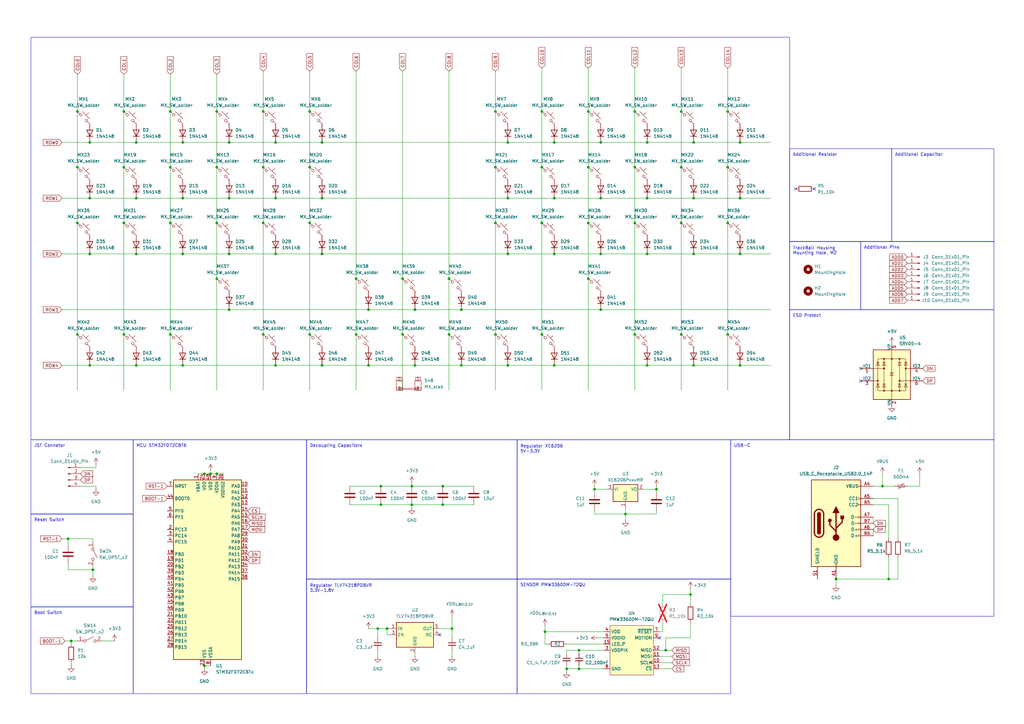
<source format=kicad_sch>
(kicad_sch (version 20231120) (generator "eeschema") (generator_version "8.0")
  (paper "A3")
  (title_block (title "Frogondola"))
  (junction (at 279.4 137.16))
  (junction (at 298.45 137.16))
  (junction (at 284.48 149.86))
  (junction (at 93.98 58.42))
  (junction (at 265.43 81.28))
  (junction (at 269.24 200.66))
  (junction (at 86.36 194.31))
  (junction (at 184.15 114.3))
  (junction (at 127 68.58))
  (junction (at 284.48 81.28))
  (junction (at 227.33 104.14))
  (junction (at 156.21 199.39))
  (junction (at 189.23 127))
  (junction (at 74.93 81.28))
  (junction (at 156.21 207.01))
  (junction (at 107.95 68.58))
  (junction (at 170.18 127))
  (junction (at 29.21 262.89))
  (junction (at 127 91.44))
  (junction (at 151.13 127))
  (junction (at 298.45 91.44))
  (junction (at 260.35 91.44))
  (junction (at 241.3 114.3))
  (junction (at 27.94 220.98))
  (junction (at 284.48 58.42))
  (junction (at 127 137.16))
  (junction (at 203.2 137.16))
  (junction (at 184.15 137.16))
  (junction (at 227.33 149.86))
  (junction (at 50.8 137.16))
  (junction (at 227.33 81.28))
  (junction (at 298.45 68.58))
  (junction (at 256.54 210.82))
  (junction (at 50.8 45.72))
  (junction (at 132.08 81.28))
  (junction (at 168.91 207.01))
  (junction (at 246.38 104.14))
  (junction (at 107.95 137.16))
  (junction (at 31.75 91.44))
  (junction (at 113.03 81.28))
  (junction (at 203.2 45.72))
  (junction (at 237.49 266.7))
  (junction (at 55.88 104.14))
  (junction (at 303.53 149.86))
  (junction (at 50.8 91.44))
  (junction (at 168.91 199.39))
  (junction (at 88.9 194.31))
  (junction (at 146.05 137.16))
  (junction (at 88.9 45.72))
  (junction (at 273.05 266.7))
  (junction (at 222.25 137.16))
  (junction (at 31.75 68.58))
  (junction (at 265.43 58.42))
  (junction (at 243.84 200.66))
  (junction (at 222.25 45.72))
  (junction (at 203.2 68.58))
  (junction (at 246.38 81.28))
  (junction (at 83.82 194.31))
  (junction (at 36.83 104.14))
  (junction (at 88.9 68.58))
  (junction (at 93.98 104.14))
  (junction (at 260.35 137.16))
  (junction (at 246.38 58.42))
  (junction (at 170.18 149.86))
  (junction (at 208.28 81.28))
  (junction (at 303.53 104.14))
  (junction (at 36.83 58.42))
  (junction (at 83.82 273.05))
  (junction (at 237.49 274.32))
  (junction (at 279.4 91.44))
  (junction (at 246.38 127))
  (junction (at 74.93 149.86))
  (junction (at 127 45.72))
  (junction (at 107.95 91.44))
  (junction (at 222.25 68.58))
  (junction (at 227.33 58.42))
  (junction (at 303.53 81.28))
  (junction (at 154.94 257.81))
  (junction (at 50.8 68.58))
  (junction (at 241.3 45.72))
  (junction (at 165.1 114.3))
  (junction (at 181.61 207.01))
  (junction (at 165.1 137.16))
  (junction (at 181.61 199.39))
  (junction (at 31.75 45.72))
  (junction (at 69.85 45.72))
  (junction (at 279.4 68.58))
  (junction (at 203.2 91.44))
  (junction (at 107.95 45.72))
  (junction (at 283.21 243.84))
  (junction (at 93.98 81.28))
  (junction (at 342.9 237.49))
  (junction (at 222.25 91.44))
  (junction (at 55.88 149.86))
  (junction (at 298.45 45.72))
  (junction (at 279.4 45.72))
  (junction (at 303.53 58.42))
  (junction (at 74.93 58.42))
  (junction (at 232.41 274.32))
  (junction (at 364.49 237.49))
  (junction (at 132.08 104.14))
  (junction (at 88.9 91.44))
  (junction (at 208.28 58.42))
  (junction (at 223.52 259.08))
  (junction (at 74.93 104.14))
  (junction (at 241.3 91.44))
  (junction (at 69.85 68.58))
  (junction (at 55.88 58.42))
  (junction (at 36.83 81.28))
  (junction (at 361.95 199.39))
  (junction (at 208.28 149.86))
  (junction (at 208.28 104.14))
  (junction (at 113.03 149.86))
  (junction (at 265.43 104.14))
  (junction (at 146.05 114.3))
  (junction (at 132.08 58.42))
  (junction (at 38.1 233.68))
  (junction (at 260.35 45.72))
  (junction (at 55.88 81.28))
  (junction (at 36.83 149.86))
  (junction (at 158.75 257.81))
  (junction (at 69.85 91.44))
  (junction (at 113.03 104.14))
  (junction (at 284.48 104.14))
  (junction (at 260.35 68.58))
  (junction (at 113.03 58.42))
  (junction (at 241.3 68.58))
  (junction (at 31.75 137.16))
  (junction (at 69.85 137.16))
  (junction (at 151.13 149.86))
  (junction (at 93.98 127))
  (junction (at 132.08 149.86))
  (junction (at 88.9 114.3))
  (junction (at 265.43 149.86))
  (junction (at 185.42 257.81))
  (junction (at 189.23 149.86))
  (no_connect (at 353.06 156.21))
  (no_connect (at 334.01 77.47))
  (no_connect (at 270.51 261.62))
  (no_connect (at 353.06 151.13))
  (no_connect (at 180.34 260.35))
  (no_connect (at 326.39 77.47))
  (wire (pts (xy 127 91.44) (xy 127 137.16)))
  (wire (pts (xy 29.21 262.89) (xy 31.75 262.89)))
  (wire (pts (xy 27.94 233.68) (xy 38.1 233.68)))
  (wire (pts (xy 31.75 91.44) (xy 31.75 137.16)))
  (wire (pts (xy 303.53 81.28) (xy 316.23 81.28)))
  (wire (pts (xy 364.49 207.01) (xy 364.49 220.98)))
  (wire (pts (xy 25.4 220.98) (xy 27.94 220.98)))
  (wire (pts (xy 246.38 58.42) (xy 265.43 58.42)))
  (wire (pts (xy 93.98 58.42) (xy 113.03 58.42)))
  (wire (pts (xy 279.4 68.58) (xy 279.4 91.44)))
  (wire (pts (xy 273.05 261.62) (xy 273.05 266.7)))
  (wire (pts (xy 271.78 247.65) (xy 271.78 243.84)))
  (wire (pts (xy 170.18 149.86) (xy 189.23 149.86)))
  (wire (pts (xy 31.75 137.16) (xy 31.75 160.02)))
  (wire (pts (xy 232.41 264.16) (xy 247.65 264.16)))
  (wire (pts (xy 86.36 193.04) (xy 86.36 194.31)))
  (wire (pts (xy 50.8 91.44) (xy 50.8 137.16)))
  (wire (pts (xy 358.14 207.01) (xy 364.49 207.01)))
  (wire (pts (xy 151.13 149.86) (xy 170.18 149.86)))
  (wire (pts (xy 361.95 199.39) (xy 367.03 199.39)))
  (wire (pts (xy 265.43 58.42) (xy 284.48 58.42)))
  (wire (pts (xy 243.84 209.55) (xy 243.84 210.82)))
  (wire (pts (xy 107.95 29.21) (xy 107.95 45.72)))
  (wire (pts (xy 69.85 91.44) (xy 69.85 137.16)))
  (wire (pts (xy 303.53 104.14) (xy 316.23 104.14)))
  (wire (pts (xy 279.4 45.72) (xy 279.4 68.58)))
  (wire (pts (xy 232.41 274.32) (xy 232.41 275.59)))
  (wire (pts (xy 107.95 91.44) (xy 107.95 137.16)))
  (wire (pts (xy 298.45 68.58) (xy 298.45 91.44)))
  (wire (pts (xy 269.24 199.39) (xy 269.24 200.66)))
  (wire (pts (xy 88.9 45.72) (xy 88.9 68.58)))
  (wire (pts (xy 170.18 127) (xy 189.23 127)))
  (wire (pts (xy 203.2 68.58) (xy 203.2 91.44)))
  (wire (pts (xy 29.21 271.78) (xy 29.21 273.05)))
  (wire (pts (xy 81.28 194.31) (xy 83.82 194.31)))
  (wire (pts (xy 25.4 81.28) (xy 36.83 81.28)))
  (wire (pts (xy 283.21 255.27) (xy 283.21 261.62)))
  (wire (pts (xy 358.14 204.47) (xy 368.3 204.47)))
  (wire (pts (xy 113.03 149.86) (xy 132.08 149.86)))
  (wire (pts (xy 222.25 91.44) (xy 222.25 137.16)))
  (wire (pts (xy 132.08 149.86) (xy 151.13 149.86)))
  (wire (pts (xy 265.43 81.28) (xy 284.48 81.28)))
  (wire (pts (xy 227.33 104.14) (xy 246.38 104.14)))
  (wire (pts (xy 93.98 104.14) (xy 113.03 104.14)))
  (wire (pts (xy 279.4 137.16) (xy 279.4 160.02)))
  (wire (pts (xy 241.3 91.44) (xy 241.3 114.3)))
  (wire (pts (xy 342.9 240.03) (xy 342.9 237.49)))
  (wire (pts (xy 185.42 257.81) (xy 185.42 261.62)))
  (wire (pts (xy 241.3 45.72) (xy 241.3 68.58)))
  (wire (pts (xy 260.35 27.94) (xy 260.35 45.72)))
  (wire (pts (xy 223.52 259.08) (xy 223.52 264.16)))
  (wire (pts (xy 38.1 233.68) (xy 38.1 232.41)))
  (wire (pts (xy 203.2 45.72) (xy 203.2 68.58)))
  (wire (pts (xy 69.85 45.72) (xy 69.85 68.58)))
  (wire (pts (xy 256.54 210.82) (xy 256.54 213.36)))
  (wire (pts (xy 241.3 114.3) (xy 241.3 160.02)))
  (wire (pts (xy 264.16 200.66) (xy 269.24 200.66)))
  (wire (pts (xy 156.21 199.39) (xy 168.91 199.39)))
  (wire (pts (xy 25.4 104.14) (xy 36.83 104.14)))
  (wire (pts (xy 237.49 273.05) (xy 237.49 274.32)))
  (wire (pts (xy 184.15 114.3) (xy 184.15 137.16)))
  (wire (pts (xy 181.61 207.01) (xy 194.31 207.01)))
  (wire (pts (xy 127 137.16) (xy 127 160.02)))
  (wire (pts (xy 223.52 256.54) (xy 223.52 259.08)))
  (wire (pts (xy 25.4 58.42) (xy 36.83 58.42)))
  (wire (pts (xy 88.9 91.44) (xy 88.9 114.3)))
  (wire (pts (xy 279.4 27.94) (xy 279.4 45.72)))
  (wire (pts (xy 284.48 81.28) (xy 303.53 81.28)))
  (wire (pts (xy 33.02 199.39) (xy 39.37 199.39)))
  (wire (pts (xy 69.85 68.58) (xy 69.85 91.44)))
  (wire (pts (xy 256.54 210.82) (xy 269.24 210.82)))
  (wire (pts (xy 113.03 81.28) (xy 132.08 81.28)))
  (wire (pts (xy 237.49 274.32) (xy 247.65 274.32)))
  (wire (pts (xy 36.83 149.86) (xy 55.88 149.86)))
  (wire (pts (xy 248.92 200.66) (xy 243.84 200.66)))
  (wire (pts (xy 165.1 137.16) (xy 165.1 160.02)))
  (wire (pts (xy 358.14 217.17) (xy 358.14 219.71)))
  (wire (pts (xy 168.91 207.01) (xy 181.61 207.01)))
  (wire (pts (xy 158.75 257.81) (xy 158.75 260.35)))
  (wire (pts (xy 358.14 212.09) (xy 358.14 214.63)))
  (wire (pts (xy 29.21 262.89) (xy 29.21 264.16)))
  (wire (pts (xy 364.49 228.6) (xy 364.49 237.49)))
  (wire (pts (xy 146.05 137.16) (xy 146.05 160.02)))
  (wire (pts (xy 203.2 137.16) (xy 203.2 160.02)))
  (wire (pts (xy 283.21 261.62) (xy 273.05 261.62)))
  (wire (pts (xy 377.19 194.31) (xy 377.19 199.39)))
  (wire (pts (xy 256.54 208.28) (xy 256.54 210.82)))
  (wire (pts (xy 38.1 233.68) (xy 38.1 236.22)))
  (wire (pts (xy 83.82 194.31) (xy 86.36 194.31)))
  (wire (pts (xy 69.85 137.16) (xy 69.85 160.02)))
  (wire (pts (xy 74.93 149.86) (xy 113.03 149.86)))
  (wire (pts (xy 283.21 243.84) (xy 283.21 247.65)))
  (wire (pts (xy 283.21 241.3) (xy 283.21 243.84)))
  (wire (pts (xy 86.36 194.31) (xy 88.9 194.31)))
  (wire (pts (xy 154.94 266.7) (xy 154.94 269.24)))
  (wire (pts (xy 170.18 269.24) (xy 170.18 267.97)))
  (wire (pts (xy 74.93 58.42) (xy 93.98 58.42)))
  (wire (pts (xy 208.28 149.86) (xy 227.33 149.86)))
  (wire (pts (xy 132.08 81.28) (xy 208.28 81.28)))
  (wire (pts (xy 232.41 274.32) (xy 237.49 274.32)))
  (wire (pts (xy 237.49 266.7) (xy 247.65 266.7)))
  (wire (pts (xy 298.45 45.72) (xy 298.45 68.58)))
  (wire (pts (xy 270.51 259.08) (xy 271.78 259.08)))
  (wire (pts (xy 146.05 29.21) (xy 146.05 114.3)))
  (wire (pts (xy 158.75 257.81) (xy 160.02 257.81)))
  (wire (pts (xy 132.08 58.42) (xy 208.28 58.42)))
  (wire (pts (xy 88.9 114.3) (xy 88.9 160.02)))
  (wire (pts (xy 165.1 114.3) (xy 165.1 137.16)))
  (wire (pts (xy 88.9 68.58) (xy 88.9 91.44)))
  (wire (pts (xy 41.91 262.89) (xy 46.99 262.89)))
  (wire (pts (xy 243.84 199.39) (xy 243.84 200.66)))
  (wire (pts (xy 222.25 68.58) (xy 222.25 91.44)))
  (wire (pts (xy 132.08 104.14) (xy 208.28 104.14)))
  (wire (pts (xy 69.85 30.48) (xy 69.85 45.72)))
  (wire (pts (xy 50.8 45.72) (xy 50.8 68.58)))
  (wire (pts (xy 25.4 127) (xy 93.98 127)))
  (wire (pts (xy 33.02 191.77) (xy 39.37 191.77)))
  (wire (pts (xy 74.93 81.28) (xy 93.98 81.28)))
  (wire (pts (xy 107.95 68.58) (xy 107.95 91.44)))
  (wire (pts (xy 271.78 243.84) (xy 283.21 243.84)))
  (wire (pts (xy 241.3 68.58) (xy 241.3 91.44)))
  (wire (pts (xy 27.94 231.14) (xy 27.94 233.68)))
  (wire (pts (xy 358.14 199.39) (xy 361.95 199.39)))
  (wire (pts (xy 227.33 149.86) (xy 265.43 149.86)))
  (wire (pts (xy 113.03 104.14) (xy 132.08 104.14)))
  (wire (pts (xy 246.38 104.14) (xy 265.43 104.14)))
  (wire (pts (xy 185.42 266.7) (xy 185.42 269.24)))
  (wire (pts (xy 223.52 259.08) (xy 247.65 259.08)))
  (wire (pts (xy 27.94 220.98) (xy 38.1 220.98)))
  (wire (pts (xy 127 45.72) (xy 127 68.58)))
  (wire (pts (xy 74.93 104.14) (xy 93.98 104.14)))
  (wire (pts (xy 298.45 137.16) (xy 298.45 160.02)))
  (wire (pts (xy 185.42 252.73) (xy 185.42 257.81)))
  (wire (pts (xy 27.94 220.98) (xy 27.94 223.52)))
  (wire (pts (xy 50.8 30.48) (xy 50.8 45.72)))
  (wire (pts (xy 271.78 255.27) (xy 271.78 259.08)))
  (wire (pts (xy 368.3 228.6) (xy 368.3 237.49)))
  (wire (pts (xy 36.83 58.42) (xy 55.88 58.42)))
  (wire (pts (xy 93.98 81.28) (xy 113.03 81.28)))
  (wire (pts (xy 151.13 257.81) (xy 154.94 257.81)))
  (wire (pts (xy 38.1 220.98) (xy 38.1 222.25)))
  (wire (pts (xy 227.33 81.28) (xy 246.38 81.28)))
  (wire (pts (xy 260.35 68.58) (xy 260.35 91.44)))
  (wire (pts (xy 208.28 81.28) (xy 227.33 81.28)))
  (wire (pts (xy 364.49 237.49) (xy 368.3 237.49)))
  (wire (pts (xy 83.82 273.05) (xy 86.36 273.05)))
  (wire (pts (xy 284.48 58.42) (xy 303.53 58.42)))
  (wire (pts (xy 232.41 267.97) (xy 232.41 266.7)))
  (wire (pts (xy 168.91 207.01) (xy 168.91 208.28)))
  (wire (pts (xy 88.9 194.31) (xy 91.44 194.31)))
  (wire (pts (xy 36.83 81.28) (xy 55.88 81.28)))
  (wire (pts (xy 168.91 199.39) (xy 181.61 199.39)))
  (wire (pts (xy 208.28 104.14) (xy 227.33 104.14)))
  (wire (pts (xy 26.67 262.89) (xy 29.21 262.89)))
  (wire (pts (xy 93.98 127) (xy 151.13 127)))
  (wire (pts (xy 158.75 260.35) (xy 160.02 260.35)))
  (wire (pts (xy 107.95 45.72) (xy 107.95 68.58)))
  (wire (pts (xy 189.23 127) (xy 246.38 127)))
  (wire (pts (xy 127 68.58) (xy 127 91.44)))
  (wire (pts (xy 372.11 199.39) (xy 377.19 199.39)))
  (wire (pts (xy 222.25 137.16) (xy 222.25 160.02)))
  (wire (pts (xy 55.88 149.86) (xy 74.93 149.86)))
  (wire (pts (xy 180.34 257.81) (xy 185.42 257.81)))
  (wire (pts (xy 88.9 30.48) (xy 88.9 45.72)))
  (wire (pts (xy 151.13 127) (xy 170.18 127)))
  (wire (pts (xy 55.88 81.28) (xy 74.93 81.28)))
  (wire (pts (xy 143.51 207.01) (xy 156.21 207.01)))
  (wire (pts (xy 284.48 104.14) (xy 303.53 104.14)))
  (wire (pts (xy 265.43 149.86) (xy 284.48 149.86)))
  (wire (pts (xy 298.45 91.44) (xy 298.45 137.16)))
  (wire (pts (xy 146.05 114.3) (xy 146.05 137.16)))
  (wire (pts (xy 39.37 190.5) (xy 39.37 191.77)))
  (wire (pts (xy 154.94 257.81) (xy 158.75 257.81)))
  (wire (pts (xy 83.82 273.05) (xy 83.82 274.32)))
  (wire (pts (xy 113.03 58.42) (xy 132.08 58.42)))
  (wire (pts (xy 232.41 266.7) (xy 237.49 266.7)))
  (wire (pts (xy 245.11 261.62) (xy 247.65 261.62)))
  (wire (pts (xy 203.2 91.44) (xy 203.2 137.16)))
  (wire (pts (xy 241.3 27.94) (xy 241.3 45.72)))
  (wire (pts (xy 269.24 200.66) (xy 269.24 201.93)))
  (wire (pts (xy 368.3 204.47) (xy 368.3 220.98)))
  (wire (pts (xy 184.15 137.16) (xy 184.15 160.02)))
  (wire (pts (xy 223.52 264.16) (xy 224.79 264.16)))
  (wire (pts (xy 222.25 27.94) (xy 222.25 45.72)))
  (wire (pts (xy 143.51 199.39) (xy 156.21 199.39)))
  (wire (pts (xy 232.41 273.05) (xy 232.41 274.32)))
  (wire (pts (xy 165.1 29.21) (xy 165.1 114.3)))
  (wire (pts (xy 189.23 149.86) (xy 208.28 149.86)))
  (wire (pts (xy 39.37 199.39) (xy 39.37 200.66)))
  (wire (pts (xy 31.75 30.48) (xy 31.75 45.72)))
  (wire (pts (xy 243.84 200.66) (xy 243.84 201.93)))
  (wire (pts (xy 107.95 137.16) (xy 107.95 160.02)))
  (wire (pts (xy 260.35 45.72) (xy 260.35 68.58)))
  (wire (pts (xy 154.94 257.81) (xy 154.94 261.62)))
  (wire (pts (xy 361.95 194.31) (xy 361.95 199.39)))
  (wire (pts (xy 156.21 207.01) (xy 168.91 207.01)))
  (wire (pts (xy 284.48 149.86) (xy 303.53 149.86)))
  (wire (pts (xy 31.75 68.58) (xy 31.75 91.44)))
  (wire (pts (xy 303.53 58.42) (xy 316.23 58.42)))
  (wire (pts (xy 342.9 237.49) (xy 364.49 237.49)))
  (wire (pts (xy 265.43 104.14) (xy 284.48 104.14)))
  (wire (pts (xy 279.4 91.44) (xy 279.4 137.16)))
  (wire (pts (xy 55.88 104.14) (xy 74.93 104.14)))
  (wire (pts (xy 208.28 58.42) (xy 227.33 58.42)))
  (wire (pts (xy 127 29.21) (xy 127 45.72)))
  (wire (pts (xy 25.4 149.86) (xy 36.83 149.86)))
  (wire (pts (xy 260.35 137.16) (xy 260.35 160.02)))
  (wire (pts (xy 260.35 91.44) (xy 260.35 137.16)))
  (wire (pts (xy 298.45 27.94) (xy 298.45 45.72)))
  (wire (pts (xy 270.51 269.24) (xy 275.59 269.24)))
  (wire (pts (xy 222.25 45.72) (xy 222.25 68.58)))
  (wire (pts (xy 50.8 137.16) (xy 50.8 160.02)))
  (wire (pts (xy 50.8 68.58) (xy 50.8 91.44)))
  (wire (pts (xy 246.38 127) (xy 316.23 127)))
  (wire (pts (xy 270.51 271.78) (xy 275.59 271.78)))
  (wire (pts (xy 270.51 266.7) (xy 273.05 266.7)))
  (wire (pts (xy 184.15 29.21) (xy 184.15 114.3)))
  (wire (pts (xy 273.05 266.7) (xy 275.59 266.7)))
  (wire (pts (xy 243.84 210.82) (xy 256.54 210.82)))
  (wire (pts (xy 31.75 45.72) (xy 31.75 68.58)))
  (wire (pts (xy 237.49 266.7) (xy 237.49 267.97)))
  (wire (pts (xy 168.91 198.12) (xy 168.91 199.39)))
  (wire (pts (xy 36.83 104.14) (xy 55.88 104.14)))
  (wire (pts (xy 55.88 58.42) (xy 74.93 58.42)))
  (wire (pts (xy 181.61 199.39) (xy 194.31 199.39)))
  (wire (pts (xy 270.51 274.32) (xy 275.59 274.32)))
  (wire (pts (xy 227.33 58.42) (xy 246.38 58.42)))
  (wire (pts (xy 269.24 209.55) (xy 269.24 210.82)))
  (wire (pts (xy 303.53 149.86) (xy 316.23 149.86)))
  (wire (pts (xy 246.38 81.28) (xy 265.43 81.28)))
  (wire (pts (xy 203.2 29.21) (xy 203.2 45.72)))
  (rectangle (start 12.7 210.82) (end 54.61 248.92))
  (rectangle (start 353.06 99.06) (end 407.67 127))
  (rectangle (start 12.7 15.24) (end 323.85 180.34))
  (rectangle (start 212.09 180.34) (end 299.72 237.49))
  (rectangle (start 12.7 248.92) (end 54.61 284.48))
  (rectangle (start 125.73 180.34) (end 212.09 237.49))
  (rectangle (start 125.73 237.49) (end 212.09 284.48))
  (rectangle (start 299.72 180.34) (end 407.67 252.73))
  (rectangle (start 323.85 127) (end 407.67 180.34))
  (rectangle (start 365.76 60.96) (end 407.67 99.06))
  (rectangle (start 54.61 180.34) (end 125.73 284.48))
  (rectangle (start 12.7 180.34) (end 54.61 210.82))
  (rectangle (start 323.85 99.06) (end 353.06 127))
  (rectangle (start 323.85 60.96) (end 365.76 99.06))
  (rectangle (start 212.09 237.49) (end 299.72 284.48))
  (text "TrackBall Housing\nMounting Hole, M2" (at 325.12 102.87 0) (effects (font (size 1.27 1.27)) (justify left)))
  (text "Additional Resistor" (at 325.12 63.5 0) (effects (font (size 1.27 1.27)) (justify left)))
  (text "ESD Protect" (at 325.12 129.54 0) (effects (font (size 1.27 1.27)) (justify left)))
  (text "Regulator TLV74318PDBVR\n3.3V-1.8V\n" (at 127 241.3 0) (effects (font (size 1.27 1.27)) (justify left)))
  (text "Decoupling Capacitors\n" (at 127 182.88 0) (effects (font (size 1.27 1.27)) (justify left)))
  (text "Regulator XC6206\n5V-3.3V\n" (at 213.36 184.15 0) (effects (font (size 1.27 1.27)) (justify left)))
  (text "MCU STM32F072CBT6" (at 55.88 182.88 0) (effects (font (size 1.27 1.27)) (justify left)))
  (text "USB-C" (at 300.99 182.88 0) (effects (font (size 1.27 1.27)) (justify left)))
  (text "Additional Pins" (at 354.33 101.6 0) (effects (font (size 1.27 1.27)) (justify left)))
  (text "Reset Switch\n" (at 13.97 213.36 0) (effects (font (size 1.27 1.27)) (justify left)))
  (text "Boot Switch\n" (at 13.97 251.46 0) (effects (font (size 1.27 1.27)) (justify left)))
  (text "SENSOR PMW3360DM-T2QU" (at 213.36 240.03 0) (effects (font (size 1.27 1.27)) (justify left)))
  (text "JST Connetor" (at 13.97 182.88 0) (effects (font (size 1.27 1.27)) (justify left)))
  (text "Additional Capacitor" (at 367.03 63.5 0) (effects (font (size 1.27 1.27)) (justify left)))
  (global_label "ADD2" (shape input) (at 372.11 110.49 180) (property "Intersheetrefs" "${INTERSHEET_REFS}" (effects (hide yes))))
  (global_label "DN" (shape input) (at 33.02 194.31 0) (property "Intersheetrefs" "${INTERSHEET_REFS}" (effects (hide yes))))
  (global_label "ROW4" (shape input) (at 25.4 149.86 180) (property "Intersheetrefs" "${INTERSHEET_REFS}" (effects (hide yes))))
  (global_label "ADD6" (shape input) (at 372.11 120.65 180) (property "Intersheetrefs" "${INTERSHEET_REFS}" (effects (hide yes))))
  (global_label "COL0" (shape input) (at 31.75 30.48 90) (property "Intersheetrefs" "${INTERSHEET_REFS}" (effects (hide yes))))
  (global_label "SCLK" (shape input) (at 275.59 271.78 0) (property "Intersheetrefs" "${INTERSHEET_REFS}" (effects (hide yes))))
  (global_label "COL14" (shape input) (at 298.45 27.94 90) (property "Intersheetrefs" "${INTERSHEET_REFS}" (effects (hide yes))))
  (global_label "DP" (shape input) (at 101.6 229.87 0) (property "Intersheetrefs" "${INTERSHEET_REFS}" (effects (hide yes))))
  (global_label "DN" (shape input) (at 378.46 151.13 0) (property "Intersheetrefs" "${INTERSHEET_REFS}" (effects (hide yes))))
  (global_label "MOSI" (shape input) (at 275.59 269.24 0) (property "Intersheetrefs" "${INTERSHEET_REFS}" (effects (hide yes))))
  (global_label "MOSI" (shape input) (at 101.6 217.17 0) (property "Intersheetrefs" "${INTERSHEET_REFS}" (effects (hide yes))))
  (global_label "DN" (shape input) (at 101.6 227.33 0) (property "Intersheetrefs" "${INTERSHEET_REFS}" (effects (hide yes))))
  (global_label "COL6" (shape input) (at 146.05 29.21 90) (property "Intersheetrefs" "${INTERSHEET_REFS}" (effects (hide yes))))
  (global_label "DP" (shape input) (at 358.14 217.17 0) (property "Intersheetrefs" "${INTERSHEET_REFS}" (effects (hide yes))))
  (global_label "CS" (shape input) (at 275.59 274.32 0) (property "Intersheetrefs" "${INTERSHEET_REFS}" (effects (hide yes))))
  (global_label "ADD7" (shape input) (at 372.11 123.19 180) (property "Intersheetrefs" "${INTERSHEET_REFS}" (effects (hide yes))))
  (global_label "COL3" (shape input) (at 88.9 30.48 90) (property "Intersheetrefs" "${INTERSHEET_REFS}" (effects (hide yes))))
  (global_label "COL9" (shape input) (at 203.2 29.21 90) (property "Intersheetrefs" "${INTERSHEET_REFS}" (effects (hide yes))))
  (global_label "DP" (shape input) (at 33.02 196.85 0) (property "Intersheetrefs" "${INTERSHEET_REFS}" (effects (hide yes))))
  (global_label "ADD1" (shape input) (at 372.11 107.95 180) (property "Intersheetrefs" "${INTERSHEET_REFS}" (effects (hide yes))))
  (global_label "COL12" (shape input) (at 260.35 27.94 90) (property "Intersheetrefs" "${INTERSHEET_REFS}" (effects (hide yes))))
  (global_label "ADD5" (shape input) (at 372.11 118.11 180) (property "Intersheetrefs" "${INTERSHEET_REFS}" (effects (hide yes))))
  (global_label "COL10" (shape input) (at 222.25 27.94 90) (property "Intersheetrefs" "${INTERSHEET_REFS}" (effects (hide yes))))
  (global_label "ADD4" (shape input) (at 372.11 115.57 180) (property "Intersheetrefs" "${INTERSHEET_REFS}" (effects (hide yes))))
  (global_label "COL8" (shape input) (at 184.15 29.21 90) (property "Intersheetrefs" "${INTERSHEET_REFS}" (effects (hide yes))))
  (global_label "COL7" (shape input) (at 165.1 29.21 90) (property "Intersheetrefs" "${INTERSHEET_REFS}" (effects (hide yes))))
  (global_label "RST-1" (shape input) (at 25.4 220.98 180) (property "Intersheetrefs" "${INTERSHEET_REFS}" (effects (hide yes))))
  (global_label "BOOT-1" (shape input) (at 26.67 262.89 180) (property "Intersheetrefs" "${INTERSHEET_REFS}" (effects (hide yes))))
  (global_label "COL11" (shape input) (at 241.3 27.94 90) (property "Intersheetrefs" "${INTERSHEET_REFS}" (effects (hide yes))))
  (global_label "RST-1" (shape input) (at 68.58 199.39 180) (property "Intersheetrefs" "${INTERSHEET_REFS}" (effects (hide yes))))
  (global_label "SCLK" (shape input) (at 101.6 212.09 0) (property "Intersheetrefs" "${INTERSHEET_REFS}" (effects (hide yes))))
  (global_label "ADD0" (shape input) (at 372.11 105.41 180) (property "Intersheetrefs" "${INTERSHEET_REFS}" (effects (hide yes))))
  (global_label "ROW0" (shape input) (at 25.4 58.42 180) (property "Intersheetrefs" "${INTERSHEET_REFS}" (effects (hide yes))))
  (global_label "CS" (shape input) (at 101.6 209.55 0) (property "Intersheetrefs" "${INTERSHEET_REFS}" (effects (hide yes))))
  (global_label "ROW3" (shape input) (at 25.4 127 180) (property "Intersheetrefs" "${INTERSHEET_REFS}" (effects (hide yes))))
  (global_label "MISO" (shape input) (at 275.59 266.7 0) (property "Intersheetrefs" "${INTERSHEET_REFS}" (effects (hide yes))))
  (global_label "ROW1" (shape input) (at 25.4 81.28 180) (property "Intersheetrefs" "${INTERSHEET_REFS}" (effects (hide yes))))
  (global_label "BOOT-1" (shape input) (at 68.58 204.47 180) (property "Intersheetrefs" "${INTERSHEET_REFS}" (effects (hide yes))))
  (global_label "DN" (shape input) (at 358.14 214.63 0) (property "Intersheetrefs" "${INTERSHEET_REFS}" (effects (hide yes))))
  (global_label "COL5" (shape input) (at 127 29.21 90) (property "Intersheetrefs" "${INTERSHEET_REFS}" (effects (hide yes))))
  (global_label "MISO" (shape input) (at 101.6 214.63 0) (property "Intersheetrefs" "${INTERSHEET_REFS}" (effects (hide yes))))
  (global_label "ADD3" (shape input) (at 372.11 113.03 180) (property "Intersheetrefs" "${INTERSHEET_REFS}" (effects (hide yes))))
  (global_label "COL2" (shape input) (at 69.85 30.48 90) (property "Intersheetrefs" "${INTERSHEET_REFS}" (effects (hide yes))))
  (global_label "DP" (shape input) (at 378.46 156.21 0) (property "Intersheetrefs" "${INTERSHEET_REFS}" (effects (hide yes))))
  (global_label "COL13" (shape input) (at 279.4 27.94 90) (property "Intersheetrefs" "${INTERSHEET_REFS}" (effects (hide yes))))
  (global_label "ROW2" (shape input) (at 25.4 104.14 180) (property "Intersheetrefs" "${INTERSHEET_REFS}" (effects (hide yes))))
  (global_label "COL1" (shape input) (at 50.8 30.48 90) (property "Intersheetrefs" "${INTERSHEET_REFS}" (effects (hide yes))))
  (global_label "COL4" (shape input) (at 107.95 29.21 90) (property "Intersheetrefs" "${INTERSHEET_REFS}" (effects (hide yes))))
  (symbol (lib_id "PCM_marbastlib-mx:MX_SW_solder") (at 205.74 71.12 0) (unit 1)
    (property "Reference" "MX21" (at 205.74 63.5 0))
    (property "Value" "MX_SW_solder" (at 205.74 66.04 0))
    (property "Footprint" "PCM_marbastlib-mx:SW_MX_1u" (effects (hide yes)))
    (property "Description" "Push button switch, normally open, two pins, 45° tilted" (effects (hide yes)))
  )
  (symbol (lib_id "PCM_marbastlib-mx:MX_SW_solder") (at 281.94 48.26 0) (unit 1)
    (property "Reference" "MX11" (at 281.94 40.64 0))
    (property "Value" "MX_SW_solder" (at 281.94 43.18 0))
    (property "Footprint" "PCM_marbastlib-mx:SW_MX_1u" (effects (hide yes)))
    (property "Description" "Push button switch, normally open, two pins, 45° tilted" (effects (hide yes)))
  )
  (symbol (lib_id "Device:D") (at 303.53 77.47 90) (unit 1)
    (property "Reference" "D24" (at 306.07 76.1999 90) (effects (justify right)))
    (property "Value" "1N4148" (at 306.07 78.7399 90) (effects (justify right)))
    (property "Footprint" "Diode_SMD:D_SOD-123" (effects (hide yes)))
    (property "Description" "Diode" (effects (hide yes)))
    (property "Sim.Device" "D" (effects (hide yes)))
    (property "Sim.Pins" "1=K 2=A" (effects (hide yes)))
  )
  (symbol (lib_id "Device:C") (at 168.91 203.2 0) (unit 1)
    (property "Reference" "C5" (at 172.72 201.9299 0) (effects (justify left)))
    (property "Value" "100nF" (at 172.72 204.4699 0) (effects (justify left)))
    (property "Footprint" "Capacitor_SMD:C_0402_1005Metric" (effects (hide yes)))
    (property "Description" "Unpolarized capacitor" (effects (hide yes)))
  )
  (symbol (lib_id "Device:D") (at 246.38 77.47 90) (unit 1)
    (property "Reference" "D14" (at 248.92 76.1999 90) (effects (justify right)))
    (property "Value" "1N4148" (at 248.92 78.7399 90) (effects (justify right)))
    (property "Footprint" "Diode_SMD:D_SOD-123" (effects (hide yes)))
    (property "Description" "Diode" (effects (hide yes)))
    (property "Sim.Device" "D" (effects (hide yes)))
    (property "Sim.Pins" "1=K 2=A" (effects (hide yes)))
  )
  (symbol (lib_id "PCM_marbastlib-mx:MX_stab") (at 167.64 157.48 0) (unit 1)
    (property "Reference" "S48" (at 173.99 156.0829 0) (effects (justify left)))
    (property "Value" "MX_stab" (at 173.99 158.6229 0) (effects (justify left)))
    (property "Footprint" "PCM_marbastlib-mx:STAB_MX_P_7u" (effects (hide yes)))
    (property "Description" "Cherry MX-style stabilizer" (effects (hide yes)))
  )
  (symbol (lib_id "Device:C_Small") (at 232.41 270.51 0) (unit 1)
    (property "Reference" "C9" (at 227.33 269.24 0) (effects (justify left)))
    (property "Value" "C1_4.7uF/10V" (at 215.9 271.78 0) (effects (justify left)))
    (property "Footprint" "Capacitor_SMD:C_0402_1005Metric" (effects (hide yes)))
    (property "Description" "Unpolarized capacitor, small symbol" (effects (hide yes)))
  )
  (symbol (lib_id "PCM_marbastlib-mx:MX_SW_solder") (at 262.89 48.26 0) (unit 1)
    (property "Reference" "MX10" (at 262.89 40.64 0))
    (property "Value" "MX_SW_solder" (at 262.89 43.18 0))
    (property "Footprint" "PCM_marbastlib-mx:SW_MX_1u" (effects (hide yes)))
    (property "Description" "Push button switch, normally open, two pins, 45° tilted" (effects (hide yes)))
  )
  (symbol (lib_id "Device:D") (at 151.13 123.19 90) (unit 1)
    (property "Reference" "D38" (at 153.67 121.9199 90) (effects (justify right)))
    (property "Value" "1N4148" (at 153.67 124.4599 90) (effects (justify right)))
    (property "Footprint" "Diode_SMD:D_SOD-123" (effects (hide yes)))
    (property "Description" "Diode" (effects (hide yes)))
    (property "Sim.Device" "D" (effects (hide yes)))
    (property "Sim.Pins" "1=K 2=A" (effects (hide yes)))
  )
  (symbol (lib_id "power:VDD") (at 223.52 256.54 0) (unit 1)
    (property "Reference" "#PWR015" (effects (hide yes)))
    (property "Value" "VDD_{1.8V~2.1V}" (at 217.17 251.46 0) (effects (justify left)))
    (property "Description" "Power symbol creates a global label with name \"VDD\"" (effects (hide yes)))
  )
  (symbol (lib_id "Device:D") (at 227.33 54.61 90) (unit 1)
    (property "Reference" "D8" (at 229.87 53.3399 90) (effects (justify right)))
    (property "Value" "1N4148" (at 229.87 55.8799 90) (effects (justify right)))
    (property "Footprint" "Diode_SMD:D_SOD-123" (effects (hide yes)))
    (property "Description" "Diode" (effects (hide yes)))
    (property "Sim.Device" "D" (effects (hide yes)))
    (property "Sim.Pins" "1=K 2=A" (effects (hide yes)))
  )
  (symbol (lib_id "Device:D") (at 93.98 123.19 90) (unit 1)
    (property "Reference" "D37" (at 96.52 121.9199 90) (effects (justify right)))
    (property "Value" "1N4148" (at 96.52 124.4599 90) (effects (justify right)))
    (property "Footprint" "Diode_SMD:D_SOD-123" (effects (hide yes)))
    (property "Description" "Diode" (effects (hide yes)))
    (property "Sim.Device" "D" (effects (hide yes)))
    (property "Sim.Pins" "1=K 2=A" (effects (hide yes)))
  )
  (symbol (lib_id "power:+3V3") (at 283.21 241.3 0) (unit 1)
    (property "Reference" "#PWR021" (effects (hide yes)))
    (property "Value" "+3V3" (at 287.02 240.03 0))
    (property "Description" "Power symbol creates a global label with name \"+3V3\"" (effects (hide yes)))
  )
  (symbol (lib_id "PCM_marbastlib-mx:MX_SW_solder") (at 72.39 93.98 0) (unit 1)
    (property "Reference" "MX27" (at 72.39 86.36 0))
    (property "Value" "MX_SW_solder" (at 72.39 88.9 0))
    (property "Footprint" "PCM_marbastlib-mx:SW_MX_1u" (effects (hide yes)))
    (property "Description" "Push button switch, normally open, two pins, 45° tilted" (effects (hide yes)))
  )
  (symbol (lib_id "Power_Protection:SRV05-4") (at 365.76 153.67 0) (unit 1)
    (property "Reference" "U5" (at 368.7765 138.43 0) (effects (justify left)))
    (property "Value" "SRV05-4" (at 368.7765 140.97 0) (effects (justify left)))
    (property "Footprint" "Package_TO_SOT_SMD:SOT-23-6" (effects (hide yes)))
    (property "Datasheet" "http://www.onsemi.com/pub/Collateral/SRV05-4-D.PDF" (effects (hide yes)))
    (property "Description" "ESD Protection Diodes with Low Clamping Voltage, SOT-23-6" (effects (hide yes)))
  )
  (symbol (lib_id "Connector:Conn_01x01_Pin") (at 377.19 105.41 180) (unit 1)
    (property "Reference" "J3" (at 379.73 105.41 0))
    (property "Value" "Conn_01x01_Pin" (at 389.89 105.41 0))
    (property "Footprint" "TestPoint:TestPoint_Pad_1.5x1.5mm" (effects (hide yes)))
    (property "Description" "Generic connector, single row, 01x01, script generated" (effects (hide yes)))
  )
  (symbol (lib_id "Device:C_Small") (at 237.49 270.51 0) (unit 1)
    (property "Reference" "C10" (at 240.03 269.2462 0) (effects (justify left)))
    (property "Value" "C2_100nF" (at 240.03 271.78 0) (effects (justify left)))
    (property "Footprint" "Capacitor_SMD:C_0402_1005Metric" (effects (hide yes)))
    (property "Description" "Unpolarized capacitor, small symbol" (effects (hide yes)))
  )
  (symbol (lib_id "Device:C") (at 156.21 203.2 0) (unit 1)
    (property "Reference" "C4" (at 160.02 201.9299 0) (effects (justify left)))
    (property "Value" "100nF" (at 160.02 204.4699 0) (effects (justify left)))
    (property "Footprint" "Capacitor_SMD:C_0402_1005Metric" (effects (hide yes)))
    (property "Description" "Unpolarized capacitor" (effects (hide yes)))
  )
  (symbol (lib_id "PCM_marbastlib-mx:MX_SW_solder") (at 53.34 71.12 0) (unit 1)
    (property "Reference" "MX19" (at 53.34 63.5 0))
    (property "Value" "MX_SW_solder" (at 53.34 66.04 0))
    (property "Footprint" "PCM_marbastlib-mx:SW_MX_1u" (effects (hide yes)))
    (property "Description" "Push button switch, normally open, two pins, 45° tilted" (effects (hide yes)))
  )
  (symbol (lib_id "Device:D") (at 265.43 77.47 90) (unit 1)
    (property "Reference" "D18" (at 267.97 76.1999 90) (effects (justify right)))
    (property "Value" "1N4148" (at 267.97 78.7399 90) (effects (justify right)))
    (property "Footprint" "Diode_SMD:D_SOD-123" (effects (hide yes)))
    (property "Description" "Diode" (effects (hide yes)))
    (property "Sim.Device" "D" (effects (hide yes)))
    (property "Sim.Pins" "1=K 2=A" (effects (hide yes)))
  )
  (symbol (lib_id "PCM_marbastlib-mx:MX_SW_solder") (at 281.94 93.98 0) (unit 1)
    (property "Reference" "MX34" (at 281.94 86.36 0))
    (property "Value" "MX_SW_solder" (at 281.94 88.9 0))
    (property "Footprint" "PCM_marbastlib-mx:SW_MX_1u" (effects (hide yes)))
    (property "Description" "Push button switch, normally open, two pins, 45° tilted" (effects (hide yes)))
  )
  (symbol (lib_id "power:GND") (at 29.21 273.05 0) (unit 1)
    (property "Reference" "#PWR01" (effects (hide yes)))
    (property "Value" "GND" (at 29.21 278.13 0))
    (property "Description" "Power symbol creates a global label with name \"GND\" , ground" (effects (hide yes)))
  )
  (symbol (lib_id "PCM_marbastlib-mx:MX_SW_solder") (at 300.99 48.26 0) (unit 1)
    (property "Reference" "MX12" (at 300.99 40.64 0))
    (property "Value" "MX_SW_solder" (at 300.99 43.18 0))
    (property "Footprint" "PCM_marbastlib-mx:SW_MX_1u" (effects (hide yes)))
    (property "Description" "Push button switch, normally open, two pins, 45° tilted" (effects (hide yes)))
  )
  (symbol (lib_id "Device:C_Small") (at 154.94 264.16 0) (unit 1)
    (property "Reference" "C3" (at 146.05 262.89 0) (effects (justify left)))
    (property "Value" "C3_1uF" (at 146.05 265.43 0) (effects (justify left)))
    (property "Footprint" "Capacitor_SMD:C_0402_1005Metric" (effects (hide yes)))
    (property "Description" "Unpolarized capacitor, small symbol" (effects (hide yes)))
  )
  (symbol (lib_id "Device:D") (at 132.08 100.33 90) (unit 1)
    (property "Reference" "D32" (at 134.62 99.0599 90) (effects (justify right)))
    (property "Value" "1N4148" (at 134.62 101.5999 90) (effects (justify right)))
    (property "Footprint" "Diode_SMD:D_SOD-123" (effects (hide yes)))
    (property "Description" "Diode" (effects (hide yes)))
    (property "Sim.Device" "D" (effects (hide yes)))
    (property "Sim.Pins" "1=K 2=A" (effects (hide yes)))
  )
  (symbol (lib_id "PCM_marbastlib-mx:MX_SW_solder") (at 53.34 93.98 0) (unit 1)
    (property "Reference" "MX31" (at 53.34 86.36 0))
    (property "Value" "MX_SW_solder" (at 53.34 88.9 0))
    (property "Footprint" "PCM_marbastlib-mx:SW_MX_1u" (effects (hide yes)))
    (property "Description" "Push button switch, normally open, two pins, 45° tilted" (effects (hide yes)))
  )
  (symbol (lib_id "power:+3V3") (at 245.11 261.62 90) (unit 1)
    (property "Reference" "#PWR018" (effects (hide yes)))
    (property "Value" "+3V3" (at 241.3 261.6199 90) (effects (justify left)))
    (property "Description" "Power symbol creates a global label with name \"+3V3\"" (effects (hide yes)))
  )
  (symbol (lib_id "Device:D") (at 189.23 146.05 90) (unit 1)
    (property "Reference" "D49" (at 191.77 144.7799 90) (effects (justify right)))
    (property "Value" "1N4148" (at 191.77 147.3199 90) (effects (justify right)))
    (property "Footprint" "Diode_SMD:D_SOD-123" (effects (hide yes)))
    (property "Description" "Diode" (effects (hide yes)))
    (property "Sim.Device" "D" (effects (hide yes)))
    (property "Sim.Pins" "1=K 2=A" (effects (hide yes)))
  )
  (symbol (lib_id "Device:D") (at 36.83 100.33 90) (unit 1)
    (property "Reference" "D35" (at 39.37 99.0599 90) (effects (justify right)))
    (property "Value" "1N4148" (at 39.37 101.5999 90) (effects (justify right)))
    (property "Footprint" "Diode_SMD:D_SOD-123" (effects (hide yes)))
    (property "Description" "Diode" (effects (hide yes)))
    (property "Sim.Device" "D" (effects (hide yes)))
    (property "Sim.Pins" "1=K 2=A" (effects (hide yes)))
  )
  (symbol (lib_id "Device:D") (at 265.43 146.05 90) (unit 1)
    (property "Reference" "D52" (at 267.97 144.7799 90) (effects (justify right)))
    (property "Value" "1N4148" (at 267.97 147.3199 90) (effects (justify right)))
    (property "Footprint" "Diode_SMD:D_SOD-123" (effects (hide yes)))
    (property "Description" "Diode" (effects (hide yes)))
    (property "Sim.Device" "D" (effects (hide yes)))
    (property "Sim.Pins" "1=K 2=A" (effects (hide yes)))
  )
  (symbol (lib_id "PCM_marbastlib-mx:MX_SW_solder") (at 262.89 139.7 0) (unit 1)
    (property "Reference" "MX52" (at 262.89 132.08 0))
    (property "Value" "MX_SW_solder" (at 262.89 134.62 0))
    (property "Footprint" "PCM_marbastlib-mx:SW_MX_1u" (effects (hide yes)))
    (property "Description" "Push button switch, normally open, two pins, 45° tilted" (effects (hide yes)))
  )
  (symbol (lib_id "Regulator_Linear:XC6206PxxxMR") (at 256.54 200.66 0) (unit 1)
    (property "Reference" "U3" (at 256.54 194.31 0))
    (property "Value" "XC6206PxxxMR" (at 256.54 196.85 0))
    (property "Footprint" "Package_TO_SOT_SMD:SOT-23-3" (effects (hide yes)))
    (property "Datasheet" "https://www.torexsemi.com/file/xc6206/XC6206.pdf" (effects (hide yes)))
    (property "Description" "Positive 60-250mA Low Dropout Regulator, Fixed Output, SOT-23" (effects (hide yes)))
  )
  (symbol (lib_id "Device:D") (at 303.53 54.61 90) (unit 1)
    (property "Reference" "D12" (at 306.07 53.3399 90) (effects (justify right)))
    (property "Value" "1N4148" (at 306.07 55.8799 90) (effects (justify right)))
    (property "Footprint" "Diode_SMD:D_SOD-123" (effects (hide yes)))
    (property "Description" "Diode" (effects (hide yes)))
    (property "Sim.Device" "D" (effects (hide yes)))
    (property "Sim.Pins" "1=K 2=A" (effects (hide yes)))
  )
  (symbol (lib_id "Device:C_Small") (at 185.42 264.16 0) (unit 1)
    (property "Reference" "C7" (at 187.96 262.8962 0) (effects (justify left)))
    (property "Value" "C4_1uF" (at 187.96 265.4362 0) (effects (justify left)))
    (property "Footprint" "Capacitor_SMD:C_0402_1005Metric" (effects (hide yes)))
    (property "Description" "Unpolarized capacitor, small symbol" (effects (hide yes)))
  )
  (symbol (lib_id "PCM_marbastlib-mx:MX_SW_solder") (at 34.29 93.98 0) (unit 1)
    (property "Reference" "MX35" (at 34.29 86.36 0))
    (property "Value" "MX_SW_solder" (at 34.29 88.9 0))
    (property "Footprint" "PCM_marbastlib-mx:SW_MX_1u" (effects (hide yes)))
    (property "Description" "Push button switch, normally open, two pins, 45° tilted" (effects (hide yes)))
  )
  (symbol (lib_id "pmw3360:TLV74318PDBVR") (at 170.18 260.35 0) (unit 1)
    (property "Reference" "U2" (at 170.18 250.19 0))
    (property "Value" "TLV74318PDBVR" (at 170.18 252.73 0))
    (property "Footprint" "Package_TO_SOT_SMD:SOT-23-5" (effects (hide yes)))
    (property "Description" "LDO Voltage Regulators 300-mA low-IQ low-dropout (LDO) voltage regulator with enable 5-SOT-23 -40 to 125" (effects (hide yes)))
  )
  (symbol (lib_id "Switch:SW_DPST_x2") (at 38.1 227.33 270) (unit 1)
    (property "Reference" "SW2" (at 40.64 226.0599 90) (effects (justify left)))
    (property "Value" "SW_DPST_x2" (at 40.64 228.5999 90) (effects (justify left)))
    (property "Footprint" "Button_Switch_SMD:SW_Push_1P1T_XKB_TS-1187A" (effects (hide yes)))
    (property "Description" "Single Pole Single Throw (SPST) switch, separate symbol" (effects (hide yes)))
  )
  (symbol (lib_id "PCM_marbastlib-mx:MX_SW_solder") (at 224.79 139.7 0) (unit 1)
    (property "Reference" "MX51" (at 224.79 132.08 0))
    (property "Value" "MX_SW_solder" (at 224.79 134.62 0))
    (property "Footprint" "PCM_marbastlib-mx:SW_MX_1u" (effects (hide yes)))
    (property "Description" "Push button switch, normally open, two pins, 45° tilted" (effects (hide yes)))
  )
  (symbol (lib_id "Device:D") (at 227.33 146.05 90) (unit 1)
    (property "Reference" "D51" (at 229.87 144.7799 90) (effects (justify right)))
    (property "Value" "1N4148" (at 229.87 147.3199 90) (effects (justify right)))
    (property "Footprint" "Diode_SMD:D_SOD-123" (effects (hide yes)))
    (property "Description" "Diode" (effects (hide yes)))
    (property "Sim.Device" "D" (effects (hide yes)))
    (property "Sim.Pins" "1=K 2=A" (effects (hide yes)))
  )
  (symbol (lib_id "PCM_marbastlib-mx:MX_SW_solder") (at 110.49 93.98 0) (unit 1)
    (property "Reference" "MX28" (at 110.49 86.36 0))
    (property "Value" "MX_SW_solder" (at 110.49 88.9 0))
    (property "Footprint" "PCM_marbastlib-mx:SW_MX_1u" (effects (hide yes)))
    (property "Description" "Push button switch, normally open, two pins, 45° tilted" (effects (hide yes)))
  )
  (symbol (lib_id "Connector:Conn_01x01_Pin") (at 377.19 123.19 180) (unit 1)
    (property "Reference" "J10" (at 379.73 123.19 0))
    (property "Value" "Conn_01x01_Pin" (at 389.89 123.19 0))
    (property "Footprint" "TestPoint:TestPoint_Pad_1.5x1.5mm" (effects (hide yes)))
    (property "Description" "Generic connector, single row, 01x01, script generated" (effects (hide yes)))
  )
  (symbol (lib_id "PCM_marbastlib-mx:MX_SW_solder") (at 243.84 116.84 0) (unit 1)
    (property "Reference" "MX41" (at 243.84 109.22 0))
    (property "Value" "MX_SW_solder" (at 243.84 111.76 0))
    (property "Footprint" "PCM_marbastlib-mx:SW_MX_1u" (effects (hide yes)))
    (property "Description" "Push button switch, normally open, two pins, 45° tilted" (effects (hide yes)))
  )
  (symbol (lib_id "Device:D") (at 36.83 146.05 90) (unit 1)
    (property "Reference" "D42" (at 39.37 144.7799 90) (effects (justify right)))
    (property "Value" "1N4148" (at 39.37 147.3199 90) (effects (justify right)))
    (property "Footprint" "Diode_SMD:D_SOD-123" (effects (hide yes)))
    (property "Description" "Diode" (effects (hide yes)))
    (property "Sim.Device" "D" (effects (hide yes)))
    (property "Sim.Pins" "1=K 2=A" (effects (hide yes)))
  )
  (symbol (lib_id "PCM_marbastlib-mx:MX_SW_solder") (at 300.99 93.98 0) (unit 1)
    (property "Reference" "MX36" (at 300.99 86.36 0))
    (property "Value" "MX_SW_solder" (at 300.99 88.9 0))
    (property "Footprint" "PCM_marbastlib-mx:SW_MX_1u" (effects (hide yes)))
    (property "Description" "Push button switch, normally open, two pins, 45° tilted" (effects (hide yes)))
  )
  (symbol (lib_id "PCM_marbastlib-mx:MX_SW_solder") (at 167.64 139.7 0) (unit 1)
    (property "Reference" "MX48" (at 167.64 132.08 0))
    (property "Value" "MX_SW_solder" (at 167.64 134.62 0))
    (property "Footprint" "PCM_marbastlib-mx:SW_MX_1u" (effects (hide yes)))
    (property "Description" "Push button switch, normally open, two pins, 45° tilted" (effects (hide yes)))
  )
  (symbol (lib_id "PCM_marbastlib-mx:MX_SW_solder") (at 167.64 116.84 0) (unit 1)
    (property "Reference" "MX39" (at 167.64 109.22 0))
    (property "Value" "MX_SW_solder" (at 167.64 111.76 0))
    (property "Footprint" "PCM_marbastlib-mx:SW_MX_1u" (effects (hide yes)))
    (property "Description" "Push button switch, normally open, two pins, 45° tilted" (effects (hide yes)))
  )
  (symbol (lib_id "Device:R") (at 271.78 251.46 0) (unit 1) (dnp yes)
    (property "Reference" "R3" (at 274.32 250.19 0) (effects (justify left)))
    (property "Value" "R1_10k" (at 274.32 252.73 0) (effects (justify left)))
    (property "Footprint" "Resistor_SMD:R_0805_2012Metric_Pad1.20x1.40mm_HandSolder" (effects (hide yes)))
    (property "Description" "Resistor" (effects (hide yes)))
  )
  (symbol (lib_id "PCM_marbastlib-mx:MX_SW_solder") (at 129.54 48.26 0) (unit 1)
    (property "Reference" "MX6" (at 129.54 40.64 0))
    (property "Value" "MX_SW_solder" (at 129.54 43.18 0))
    (property "Footprint" "PCM_marbastlib-mx:SW_MX_1u" (effects (hide yes)))
    (property "Description" "Push button switch, normally open, two pins, 45° tilted" (effects (hide yes)))
  )
  (symbol (lib_id "Device:D") (at 227.33 77.47 90) (unit 1)
    (property "Reference" "D17" (at 229.87 76.1999 90) (effects (justify right)))
    (property "Value" "1N4148" (at 229.87 78.7399 90) (effects (justify right)))
    (property "Footprint" "Diode_SMD:D_SOD-123" (effects (hide yes)))
    (property "Description" "Diode" (effects (hide yes)))
    (property "Sim.Device" "D" (effects (hide yes)))
    (property "Sim.Pins" "1=K 2=A" (effects (hide yes)))
  )
  (symbol (lib_id "power:VDD") (at 185.42 252.73 0) (unit 1)
    (property "Reference" "#PWR013" (effects (hide yes)))
    (property "Value" "VDD_{1.8V~2.1V}" (at 182.88 247.65 0) (effects (justify left)))
    (property "Description" "Power symbol creates a global label with name \"VDD\"" (effects (hide yes)))
  )
  (symbol (lib_id "Connector:Conn_01x01_Pin") (at 377.19 113.03 180) (unit 1)
    (property "Reference" "J6" (at 379.73 113.03 0))
    (property "Value" "Conn_01x01_Pin" (at 389.89 113.03 0))
    (property "Footprint" "TestPoint:TestPoint_Pad_1.5x1.5mm" (effects (hide yes)))
    (property "Description" "Generic connector, single row, 01x01, script generated" (effects (hide yes)))
  )
  (symbol (lib_id "Device:D") (at 55.88 54.61 90) (unit 1)
    (property "Reference" "D2" (at 58.42 53.3399 90) (effects (justify right)))
    (property "Value" "1N4148" (at 58.42 55.8799 90) (effects (justify right)))
    (property "Footprint" "Diode_SMD:D_SOD-123" (effects (hide yes)))
    (property "Description" "Diode" (effects (hide yes)))
    (property "Sim.Device" "D" (effects (hide yes)))
    (property "Sim.Pins" "1=K 2=A" (effects (hide yes)))
  )
  (symbol (lib_id "power:GND") (at 38.1 236.22 0) (unit 1)
    (property "Reference" "#PWR02" (effects (hide yes)))
    (property "Value" "GND" (at 38.1 241.3 0))
    (property "Description" "Power symbol creates a global label with name \"GND\" , ground" (effects (hide yes)))
  )
  (symbol (lib_id "power:GND") (at 83.82 274.32 0) (unit 1)
    (property "Reference" "#PWR06" (effects (hide yes)))
    (property "Value" "GND" (at 83.82 279.4 0))
    (property "Description" "Power symbol creates a global label with name \"GND\" , ground" (effects (hide yes)))
  )
  (symbol (lib_id "PCM_marbastlib-mx:MX_SW_solder") (at 110.49 48.26 0) (unit 1)
    (property "Reference" "MX5" (at 110.49 40.64 0))
    (property "Value" "MX_SW_solder" (at 110.49 43.18 0))
    (property "Footprint" "PCM_marbastlib-mx:SW_MX_1u" (effects (hide yes)))
    (property "Description" "Push button switch, normally open, two pins, 45° tilted" (effects (hide yes)))
  )
  (symbol (lib_id "PCM_marbastlib-mx:MX_SW_solder") (at 186.69 116.84 0) (unit 1)
    (property "Reference" "MX40" (at 186.69 109.22 0))
    (property "Value" "MX_SW_solder" (at 186.69 111.76 0))
    (property "Footprint" "PCM_marbastlib-mx:SW_MX_1u" (effects (hide yes)))
    (property "Description" "Push button switch, normally open, two pins, 45° tilted" (effects (hide yes)))
  )
  (symbol (lib_id "Device:C") (at 143.51 203.2 0) (unit 1)
    (property "Reference" "C2" (at 147.32 201.9299 0) (effects (justify left)))
    (property "Value" "100nF" (at 147.32 204.4699 0) (effects (justify left)))
    (property "Footprint" "Capacitor_SMD:C_0402_1005Metric" (effects (hide yes)))
    (property "Description" "Unpolarized capacitor" (effects (hide yes)))
  )
  (symbol (lib_id "PCM_marbastlib-mx:MX_SW_solder") (at 243.84 93.98 0) (unit 1)
    (property "Reference" "MX26" (at 243.84 86.36 0))
    (property "Value" "MX_SW_solder" (at 243.84 88.9 0))
    (property "Footprint" "PCM_marbastlib-mx:SW_MX_1u" (effects (hide yes)))
    (property "Description" "Push button switch, normally open, two pins, 45° tilted" (effects (hide yes)))
  )
  (symbol (lib_id "Device:Polyfuse_Small") (at 369.57 199.39 90) (unit 1)
    (property "Reference" "F1" (at 369.57 193.04 90))
    (property "Value" "500mA" (at 369.57 195.58 90))
    (property "Footprint" "Fuse:Fuse_1206_3216Metric" (effects (hide yes)))
    (property "LCSC" "C70076" (effects (hide yes)))
  )
  (symbol (lib_id "power:GND") (at 170.18 269.24 0) (unit 1)
    (property "Reference" "#PWR012" (effects (hide yes)))
    (property "Value" "GND" (at 170.18 274.32 0))
    (property "Description" "Power symbol creates a global label with name \"GND\" , ground" (effects (hide yes)))
  )
  (symbol (lib_id "Device:D") (at 36.83 77.47 90) (unit 1)
    (property "Reference" "D23" (at 39.37 76.1999 90) (effects (justify right)))
    (property "Value" "1N4148" (at 39.37 78.7399 90) (effects (justify right)))
    (property "Footprint" "Diode_SMD:D_SOD-123" (effects (hide yes)))
    (property "Description" "Diode" (effects (hide yes)))
    (property "Sim.Device" "D" (effects (hide yes)))
    (property "Sim.Pins" "1=K 2=A" (effects (hide yes)))
  )
  (symbol (lib_id "power:+5V") (at 377.19 194.31 0) (unit 1)
    (property "Reference" "#PWR026" (effects (hide yes)))
    (property "Value" "+5V" (at 377.19 189.23 0))
    (property "Description" "Power symbol creates a global label with name \"+5V\"" (effects (hide yes)))
  )
  (symbol (lib_id "Connector:Conn_01x01_Pin") (at 377.19 118.11 180) (unit 1)
    (property "Reference" "J8" (at 379.73 118.11 0))
    (property "Value" "Conn_01x01_Pin" (at 389.89 118.11 0))
    (property "Footprint" "TestPoint:TestPoint_Pad_1.5x1.5mm" (effects (hide yes)))
    (property "Description" "Generic connector, single row, 01x01, script generated" (effects (hide yes)))
  )
  (symbol (lib_id "PCM_marbastlib-mx:MX_SW_solder") (at 129.54 93.98 0) (unit 1)
    (property "Reference" "MX32" (at 129.54 86.36 0))
    (property "Value" "MX_SW_solder" (at 129.54 88.9 0))
    (property "Footprint" "PCM_marbastlib-mx:SW_MX_1u" (effects (hide yes)))
    (property "Description" "Push button switch, normally open, two pins, 45° tilted" (effects (hide yes)))
  )
  (symbol (lib_id "Device:D") (at 265.43 54.61 90) (unit 1)
    (property "Reference" "D10" (at 267.97 53.3399 90) (effects (justify right)))
    (property "Value" "1N4148" (at 267.97 55.8799 90) (effects (justify right)))
    (property "Footprint" "Diode_SMD:D_SOD-123" (effects (hide yes)))
    (property "Description" "Diode" (effects (hide yes)))
    (property "Sim.Device" "D" (effects (hide yes)))
    (property "Sim.Pins" "1=K 2=A" (effects (hide yes)))
  )
  (symbol (lib_id "power:GND") (at 365.76 166.37 0) (unit 1)
    (property "Reference" "#PWR025" (effects (hide yes)))
    (property "Value" "GND" (at 365.76 171.45 0))
    (property "Description" "Power symbol creates a global label with name \"GND\" , ground" (effects (hide yes)))
  )
  (symbol (lib_id "Connector:Conn_01x01_Pin") (at 377.19 120.65 180) (unit 1)
    (property "Reference" "J9" (at 379.73 120.65 0))
    (property "Value" "Conn_01x01_Pin" (at 389.89 120.65 0))
    (property "Footprint" "TestPoint:TestPoint_Pad_1.5x1.5mm" (effects (hide yes)))
    (property "Description" "Generic connector, single row, 01x01, script generated" (effects (hide yes)))
  )
  (symbol (lib_id "Device:C") (at 243.84 205.74 0) (mirror y) (unit 1)
    (property "Reference" "C11" (at 240.03 204.4699 0) (effects (justify left)))
    (property "Value" "1uF" (at 240.03 207.0099 0) (effects (justify left)))
    (property "Footprint" "Capacitor_SMD:C_0402_1005Metric" (effects (hide yes)))
    (property "Description" "Unpolarized capacitor" (effects (hide yes)))
  )
  (symbol (lib_id "PCM_marbastlib-mx:MX_SW_solder") (at 91.44 116.84 0) (unit 1)
    (property "Reference" "MX37" (at 91.44 109.22 0))
    (property "Value" "MX_SW_solder" (at 91.44 111.76 0))
    (property "Footprint" "PCM_marbastlib-mx:SW_MX_1u" (effects (hide yes)))
    (property "Description" "Push button switch, normally open, two pins, 45° tilted" (effects (hide yes)))
  )
  (symbol (lib_id "PCM_marbastlib-mx:MX_SW_solder") (at 53.34 48.26 0) (unit 1)
    (property "Reference" "MX2" (at 53.34 40.64 0))
    (property "Value" "MX_SW_solder" (at 53.34 43.18 0))
    (property "Footprint" "PCM_marbastlib-mx:SW_MX_1u" (effects (hide yes)))
    (property "Description" "Push button switch, normally open, two pins, 45° tilted" (effects (hide yes)))
  )
  (symbol (lib_id "Device:C") (at 27.94 227.33 0) (mirror y) (unit 1)
    (property "Reference" "C1" (at 24.13 226.0599 0) (effects (justify left)))
    (property "Value" "100nF" (at 24.13 228.5999 0) (effects (justify left)))
    (property "Footprint" "Capacitor_SMD:C_0402_1005Metric" (effects (hide yes)))
    (property "Description" "Unpolarized capacitor" (effects (hide yes)))
  )
  (symbol (lib_id "power:+5V") (at 39.37 190.5 0) (unit 1)
    (property "Reference" "#PWR03" (effects (hide yes)))
    (property "Value" "+5V" (at 39.37 185.42 0))
    (property "Description" "Power symbol creates a global label with name \"+5V\"" (effects (hide yes)))
  )
  (symbol (lib_id "PCM_marbastlib-mx:MX_SW_solder") (at 72.39 48.26 0) (unit 1)
    (property "Reference" "MX3" (at 72.39 40.64 0))
    (property "Value" "MX_SW_solder" (at 72.39 43.18 0))
    (property "Footprint" "PCM_marbastlib-mx:SW_MX_1u" (effects (hide yes)))
    (property "Description" "Push button switch, normally open, two pins, 45° tilted" (effects (hide yes)))
  )
  (symbol (lib_id "PCM_marbastlib-mx:MX_SW_solder") (at 262.89 93.98 0) (unit 1)
    (property "Reference" "MX30" (at 262.89 86.36 0))
    (property "Value" "MX_SW_solder" (at 262.89 88.9 0))
    (property "Footprint" "PCM_marbastlib-mx:SW_MX_1u" (effects (hide yes)))
    (property "Description" "Push button switch, normally open, two pins, 45° tilted" (effects (hide yes)))
  )
  (symbol (lib_id "power:+3V3") (at 269.24 199.39 0) (unit 1)
    (property "Reference" "#PWR020" (effects (hide yes)))
    (property "Value" "+3V3" (at 269.24 194.31 0))
    (property "Description" "Power symbol creates a global label with name \"+3V3\"" (effects (hide yes)))
  )
  (symbol (lib_id "Device:R") (at 330.2 77.47 90) (unit 1)
    (property "Reference" "R5" (at 335.28 76.2 90) (effects (justify right)))
    (property "Value" "R1_10k" (at 335.28 78.74 90) (effects (justify right)))
    (property "Footprint" "Resistor_SMD:R_0805_2012Metric_Pad1.20x1.40mm_HandSolder" (effects (hide yes)))
    (property "Description" "Resistor" (effects (hide yes)))
  )
  (symbol (lib_id "power:+5V") (at 243.84 199.39 0) (unit 1)
    (property "Reference" "#PWR017" (effects (hide yes)))
    (property "Value" "+5V" (at 243.84 194.31 0))
    (property "Description" "Power symbol creates a global label with name \"+5V\"" (effects (hide yes)))
  )
  (symbol (lib_id "PCM_marbastlib-mx:MX_SW_solder") (at 110.49 139.7 0) (unit 1)
    (property "Reference" "MX45" (at 110.49 132.08 0))
    (property "Value" "MX_SW_solder" (at 110.49 134.62 0))
    (property "Footprint" "PCM_marbastlib-mx:SW_MX_1u" (effects (hide yes)))
    (property "Description" "Push button switch, normally open, two pins, 45° tilted" (effects (hide yes)))
  )
  (symbol (lib_id "PCM_marbastlib-mx:MX_SW_solder") (at 243.84 48.26 0) (unit 1)
    (property "Reference" "MX9" (at 243.84 40.64 0))
    (property "Value" "MX_SW_solder" (at 243.84 43.18 0))
    (property "Footprint" "PCM_marbastlib-mx:SW_MX_1u" (effects (hide yes)))
    (property "Description" "Push button switch, normally open, two pins, 45° tilted" (effects (hide yes)))
  )
  (symbol (lib_id "Device:D") (at 303.53 100.33 90) (unit 1)
    (property "Reference" "D36" (at 306.07 99.0599 90) (effects (justify right)))
    (property "Value" "1N4148" (at 306.07 101.5999 90) (effects (justify right)))
    (property "Footprint" "Diode_SMD:D_SOD-123" (effects (hide yes)))
    (property "Description" "Diode" (effects (hide yes)))
    (property "Sim.Device" "D" (effects (hide yes)))
    (property "Sim.Pins" "1=K 2=A" (effects (hide yes)))
  )
  (symbol (lib_id "Device:R") (at 228.6 264.16 270) (unit 1)
    (property "Reference" "R2" (at 228.6 264.16 90))
    (property "Value" "R3_39R" (at 217.17 264.16 90))
    (property "Footprint" "Resistor_SMD:R_0402_1005Metric" (effects (hide yes)))
    (property "Description" "Resistor" (effects (hide yes)))
  )
  (symbol (lib_id "PCM_marbastlib-mx:MX_SW_solder") (at 34.29 71.12 0) (unit 1)
    (property "Reference" "MX23" (at 34.29 63.5 0))
    (property "Value" "MX_SW_solder" (at 34.29 66.04 0))
    (property "Footprint" "PCM_marbastlib-mx:SW_MX_1u" (effects (hide yes)))
    (property "Description" "Push button switch, normally open, two pins, 45° tilted" (effects (hide yes)))
  )
  (symbol (lib_id "Device:D") (at 246.38 100.33 90) (unit 1)
    (property "Reference" "D26" (at 248.92 99.0599 90) (effects (justify right)))
    (property "Value" "1N4148" (at 248.92 101.5999 90) (effects (justify right)))
    (property "Footprint" "Diode_SMD:D_SOD-123" (effects (hide yes)))
    (property "Description" "Diode" (effects (hide yes)))
    (property "Sim.Device" "D" (effects (hide yes)))
    (property "Sim.Pins" "1=K 2=A" (effects (hide yes)))
  )
  (symbol (lib_id "Device:D") (at 74.93 100.33 90) (unit 1)
    (property "Reference" "D27" (at 77.47 99.0599 90) (effects (justify right)))
    (property "Value" "1N4148" (at 77.47 101.5999 90) (effects (justify right)))
    (property "Footprint" "Diode_SMD:D_SOD-123" (effects (hide yes)))
    (property "Description" "Diode" (effects (hide yes)))
    (property "Sim.Device" "D" (effects (hide yes)))
    (property "Sim.Pins" "1=K 2=A" (effects (hide yes)))
  )
  (symbol (lib_id "Connector:Conn_01x04_Pin") (at 27.94 194.31 0) (unit 1) (in_bom no)
    (property "Reference" "J1" (at 28.575 186.69 0))
    (property "Value" "Conn_01x04_Pin" (at 28.575 189.23 0))
    (property "Footprint" "Connector_JST:JST_SH_SM04B-SRSS-TB_1x04-1MP_P1.00mm_Horizontal" (effects (hide yes)))
    (property "Description" "Generic connector, single row, 01x04, script generated" (effects (hide yes)))
  )
  (symbol (lib_id "PCM_marbastlib-mx:MX_SW_solder") (at 205.74 48.26 0) (unit 1)
    (property "Reference" "MX7" (at 205.74 40.64 0))
    (property "Value" "MX_SW_solder" (at 205.74 43.18 0))
    (property "Footprint" "PCM_marbastlib-mx:SW_MX_1u" (effects (hide yes)))
    (property "Description" "Push button switch, normally open, two pins, 45° tilted" (effects (hide yes)))
  )
  (symbol (lib_id "pmw3360:PMW3360DM-T2QU") (at 259.08 266.7 0) (unit 1) (in_bom no)
    (property "Reference" "U4" (at 259.08 251.46 0))
    (property "Value" "PMW3360DM-T2QU" (at 259.08 254 0))
    (property "Footprint" "pmw3360:PMW3360DM-T2QU 16Pin" (effects (hide yes)))
    (property "Datasheet" "https://www.pixart.com/products-detail/tw/10/PMW3360DM-T2QU" (effects (hide yes)))
    (property "Description" "Optical mouse sensor" (effects (hide yes)))
  )
  (symbol (lib_id "PCM_marbastlib-mx:MX_SW_solder") (at 262.89 71.12 0) (unit 1)
    (property "Reference" "MX18" (at 262.89 63.5 0))
    (property "Value" "MX_SW_solder" (at 262.89 66.04 0))
    (property "Footprint" "PCM_marbastlib-mx:SW_MX_1u" (effects (hide yes)))
    (property "Description" "Push button switch, normally open, two pins, 45° tilted" (effects (hide yes)))
  )
  (symbol (lib_id "Device:R") (at 364.49 224.79 0) (unit 1)
    (property "Reference" "R6" (at 359.41 223.52 0) (effects (justify left)))
    (property "Value" "R5_5.1k" (at 355.6 226.06 0) (effects (justify left)))
    (property "Footprint" "Resistor_SMD:R_0402_1005Metric" (effects (hide yes)))
    (property "Description" "Resistor" (effects (hide yes)))
  )
  (symbol (lib_id "PCM_marbastlib-mx:MX_SW_solder") (at 224.79 71.12 0) (unit 1)
    (property "Reference" "MX17" (at 224.79 63.5 0))
    (property "Value" "MX_SW_solder" (at 224.79 66.04 0))
    (property "Footprint" "PCM_marbastlib-mx:SW_MX_1u" (effects (hide yes)))
    (property "Description" "Push button switch, normally open, two pins, 45° tilted" (effects (hide yes)))
  )
  (symbol (lib_id "PCM_marbastlib-mx:MX_SW_solder") (at 300.99 139.7 0) (unit 1)
    (property "Reference" "MX54" (at 300.99 132.08 0))
    (property "Value" "MX_SW_solder" (at 300.99 134.62 0))
    (property "Footprint" "PCM_marbastlib-mx:SW_MX_1u" (effects (hide yes)))
    (property "Description" "Push button switch, normally open, two pins, 45° tilted" (effects (hide yes)))
  )
  (symbol (lib_id "PCM_marbastlib-mx:MX_SW_solder") (at 91.44 71.12 0) (unit 1)
    (property "Reference" "MX13" (at 91.44 63.5 0))
    (property "Value" "MX_SW_solder" (at 91.44 66.04 0))
    (property "Footprint" "PCM_marbastlib-mx:SW_MX_1u" (effects (hide yes)))
    (property "Description" "Push button switch, normally open, two pins, 45° tilted" (effects (hide yes)))
  )
  (symbol (lib_id "Device:D") (at 170.18 123.19 90) (unit 1)
    (property "Reference" "D39" (at 172.72 121.9199 90) (effects (justify right)))
    (property "Value" "1N4148" (at 172.72 124.4599 90) (effects (justify right)))
    (property "Footprint" "Diode_SMD:D_SOD-123" (effects (hide yes)))
    (property "Description" "Diode" (effects (hide yes)))
    (property "Sim.Device" "D" (effects (hide yes)))
    (property "Sim.Pins" "1=K 2=A" (effects (hide yes)))
  )
  (symbol (lib_id "PCM_marbastlib-mx:MX_SW_solder") (at 110.49 71.12 0) (unit 1)
    (property "Reference" "MX16" (at 110.49 63.5 0))
    (property "Value" "MX_SW_solder" (at 110.49 66.04 0))
    (property "Footprint" "PCM_marbastlib-mx:SW_MX_1u" (effects (hide yes)))
    (property "Description" "Push button switch, normally open, two pins, 45° tilted" (effects (hide yes)))
  )
  (symbol (lib_id "PCM_marbastlib-mx:MX_SW_solder") (at 148.59 116.84 0) (unit 1)
    (property "Reference" "MX38" (at 148.59 109.22 0))
    (property "Value" "MX_SW_solder" (at 148.59 111.76 0))
    (property "Footprint" "PCM_marbastlib-mx:SW_MX_1u" (effects (hide yes)))
    (property "Description" "Push button switch, normally open, two pins, 45° tilted" (effects (hide yes)))
  )
  (symbol (lib_id "Device:D") (at 93.98 77.47 90) (unit 1)
    (property "Reference" "D13" (at 96.52 76.1999 90) (effects (justify right)))
    (property "Value" "1N4148" (at 96.52 78.7399 90) (effects (justify right)))
    (property "Footprint" "Diode_SMD:D_SOD-123" (effects (hide yes)))
    (property "Description" "Diode" (effects (hide yes)))
    (property "Sim.Device" "D" (effects (hide yes)))
    (property "Sim.Pins" "1=K 2=A" (effects (hide yes)))
  )
  (symbol (lib_id "Device:D") (at 132.08 146.05 90) (unit 1)
    (property "Reference" "D46" (at 134.62 144.7799 90) (effects (justify right)))
    (property "Value" "1N4148" (at 134.62 147.3199 90) (effects (justify right)))
    (property "Footprint" "Diode_SMD:D_SOD-123" (effects (hide yes)))
    (property "Description" "Diode" (effects (hide yes)))
    (property "Sim.Device" "D" (effects (hide yes)))
    (property "Sim.Pins" "1=K 2=A" (effects (hide yes)))
  )
  (symbol (lib_id "Device:D") (at 55.88 77.47 90) (unit 1)
    (property "Reference" "D19" (at 58.42 76.1999 90) (effects (justify right)))
    (property "Value" "1N4148" (at 58.42 78.7399 90) (effects (justify right)))
    (property "Footprint" "Diode_SMD:D_SOD-123" (effects (hide yes)))
    (property "Description" "Diode" (effects (hide yes)))
    (property "Sim.Device" "D" (effects (hide yes)))
    (property "Sim.Pins" "1=K 2=A" (effects (hide yes)))
  )
  (symbol (lib_id "Device:D") (at 284.48 54.61 90) (unit 1)
    (property "Reference" "D11" (at 287.02 53.3399 90) (effects (justify right)))
    (property "Value" "1N4148" (at 287.02 55.8799 90) (effects (justify right)))
    (property "Footprint" "Diode_SMD:D_SOD-123" (effects (hide yes)))
    (property "Description" "Diode" (effects (hide yes)))
    (property "Sim.Device" "D" (effects (hide yes)))
    (property "Sim.Pins" "1=K 2=A" (effects (hide yes)))
  )
  (symbol (lib_id "PCM_marbastlib-mx:MX_SW_solder") (at 205.74 93.98 0) (unit 1)
    (property "Reference" "MX33" (at 205.74 86.36 0))
    (property "Value" "MX_SW_solder" (at 205.74 88.9 0))
    (property "Footprint" "PCM_marbastlib-mx:SW_MX_1u" (effects (hide yes)))
    (property "Description" "Push button switch, normally open, two pins, 45° tilted" (effects (hide yes)))
  )
  (symbol (lib_id "Device:D") (at 189.23 123.19 90) (unit 1)
    (property "Reference" "D40" (at 191.77 121.9199 90) (effects (justify right)))
    (property "Value" "1N4148" (at 191.77 124.4599 90) (effects (justify right)))
    (property "Footprint" "Diode_SMD:D_SOD-123" (effects (hide yes)))
    (property "Description" "Diode" (effects (hide yes)))
    (property "Sim.Device" "D" (effects (hide yes)))
    (property "Sim.Pins" "1=K 2=A" (effects (hide yes)))
  )
  (symbol (lib_id "Device:D") (at 113.03 77.47 90) (unit 1)
    (property "Reference" "D16" (at 115.57 76.1999 90) (effects (justify right)))
    (property "Value" "1N4148" (at 115.57 78.7399 90) (effects (justify right)))
    (property "Footprint" "Diode_SMD:D_SOD-123" (effects (hide yes)))
    (property "Description" "Diode" (effects (hide yes)))
    (property "Sim.Device" "D" (effects (hide yes)))
    (property "Sim.Pins" "1=K 2=A" (effects (hide yes)))
  )
  (symbol (lib_id "Device:D") (at 132.08 77.47 90) (unit 1)
    (property "Reference" "D20" (at 134.62 76.1999 90) (effects (justify right)))
    (property "Value" "1N4148" (at 134.62 78.7399 90) (effects (justify right)))
    (property "Footprint" "Diode_SMD:D_SOD-123" (effects (hide yes)))
    (property "Description" "Diode" (effects (hide yes)))
    (property "Sim.Device" "D" (effects (hide yes)))
    (property "Sim.Pins" "1=K 2=A" (effects (hide yes)))
  )
  (symbol (lib_id "PCM_marbastlib-mx:MX_SW_solder") (at 224.79 93.98 0) (unit 1)
    (property "Reference" "MX29" (at 224.79 86.36 0))
    (property "Value" "MX_SW_solder" (at 224.79 88.9 0))
    (property "Footprint" "PCM_marbastlib-mx:SW_MX_1u" (effects (hide yes)))
    (property "Description" "Push button switch, normally open, two pins, 45° tilted" (effects (hide yes)))
  )
  (symbol (lib_id "Connector:USB_C_Receptacle_USB2.0_14P") (at 342.9 214.63 0) (unit 1)
    (property "Reference" "J2" (at 342.9 191.77 0))
    (property "Value" "USB_C_Receptacle_USB2.0_14P" (at 342.9 194.31 0))
    (property "Footprint" "Connector_USB:USB_C_Receptacle_HRO_TYPE-C-31-M-12" (effects (hide yes)))
    (property "Datasheet" "https://www.usb.org/sites/default/files/documents/usb_type-c.zip" (effects (hide yes)))
    (property "Description" "USB 2.0-only 14P Type-C Receptacle connector" (effects (hide yes)))
  )
  (symbol (lib_id "Connector:Conn_01x01_Pin") (at 377.19 115.57 180) (unit 1)
    (property "Reference" "J7" (at 379.73 115.57 0))
    (property "Value" "Conn_01x01_Pin" (at 389.89 115.57 0))
    (property "Footprint" "TestPoint:TestPoint_Pad_1.5x1.5mm" (effects (hide yes)))
    (property "Description" "Generic connector, single row, 01x01, script generated" (effects (hide yes)))
  )
  (symbol (lib_id "Device:D") (at 284.48 100.33 90) (unit 1)
    (property "Reference" "D34" (at 287.02 99.0599 90) (effects (justify right)))
    (property "Value" "1N4148" (at 287.02 101.5999 90) (effects (justify right)))
    (property "Footprint" "Diode_SMD:D_SOD-123" (effects (hide yes)))
    (property "Description" "Diode" (effects (hide yes)))
    (property "Sim.Device" "D" (effects (hide yes)))
    (property "Sim.Pins" "1=K 2=A" (effects (hide yes)))
  )
  (symbol (lib_id "Switch:SW_DPST_x2") (at 36.83 262.89 0) (unit 1)
    (property "Reference" "SW1" (at 36.83 256.54 0))
    (property "Value" "SW_DPST_x2" (at 36.83 259.08 0))
    (property "Footprint" "Button_Switch_SMD:SW_Push_1P1T_XKB_TS-1187A" (effects (hide yes)))
    (property "Description" "Single Pole Single Throw (SPST) switch, separate symbol" (effects (hide yes)))
  )
  (symbol (lib_id "Device:C") (at 181.61 203.2 0) (unit 1)
    (property "Reference" "C6" (at 185.42 201.9299 0) (effects (justify left)))
    (property "Value" "100nF" (at 185.42 204.4699 0) (effects (justify left)))
    (property "Footprint" "Capacitor_SMD:C_0402_1005Metric" (effects (hide yes)))
    (property "Description" "Unpolarized capacitor" (effects (hide yes)))
  )
  (symbol (lib_id "PCM_marbastlib-mx:MX_SW_solder") (at 91.44 48.26 0) (unit 1)
    (property "Reference" "MX4" (at 91.44 40.64 0))
    (property "Value" "MX_SW_solder" (at 91.44 43.18 0))
    (property "Footprint" "PCM_marbastlib-mx:SW_MX_1u" (effects (hide yes)))
    (property "Description" "Push button switch, normally open, two pins, 45° tilted" (effects (hide yes)))
  )
  (symbol (lib_id "Device:D") (at 170.18 146.05 90) (unit 1)
    (property "Reference" "D48" (at 172.72 144.7799 90) (effects (justify right)))
    (property "Value" "1N4148" (at 172.72 147.3199 90) (effects (justify right)))
    (property "Footprint" "Diode_SMD:D_SOD-123" (effects (hide yes)))
    (property "Description" "Diode" (effects (hide yes)))
    (property "Sim.Device" "D" (effects (hide yes)))
    (property "Sim.Pins" "1=K 2=A" (effects (hide yes)))
  )
  (symbol (lib_id "PCM_marbastlib-mx:MX_SW_solder") (at 34.29 139.7 0) (unit 1)
    (property "Reference" "MX42" (at 34.29 132.08 0))
    (property "Value" "MX_SW_solder" (at 34.29 134.62 0))
    (property "Footprint" "PCM_marbastlib-mx:SW_MX_1u" (effects (hide yes)))
    (property "Description" "Push button switch, normally open, two pins, 45° tilted" (effects (hide yes)))
  )
  (symbol (lib_id "PCM_marbastlib-mx:MX_SW_solder") (at 281.94 139.7 0) (unit 1)
    (property "Reference" "MX53" (at 281.94 132.08 0))
    (property "Value" "MX_SW_solder" (at 281.94 134.62 0))
    (property "Footprint" "PCM_marbastlib-mx:SW_MX_1u" (effects (hide yes)))
    (property "Description" "Push button switch, normally open, two pins, 45° tilted" (effects (hide yes)))
  )
  (symbol (lib_id "Device:D") (at 303.53 146.05 90) (unit 1)
    (property "Reference" "D54" (at 306.07 144.7799 90) (effects (justify right)))
    (property "Value" "1N4148" (at 306.07 147.3199 90) (effects (justify right)))
    (property "Footprint" "Diode_SMD:D_SOD-123" (effects (hide yes)))
    (property "Description" "Diode" (effects (hide yes)))
    (property "Sim.Device" "D" (effects (hide yes)))
    (property "Sim.Pins" "1=K 2=A" (effects (hide yes)))
  )
  (symbol (lib_id "Device:D") (at 36.83 54.61 90) (unit 1)
    (property "Reference" "D1" (at 39.37 53.3399 90) (effects (justify right)))
    (property "Value" "1N4148" (at 39.37 55.8799 90) (effects (justify right)))
    (property "Footprint" "Diode_SMD:D_SOD-123" (effects (hide yes)))
    (property "Description" "Diode" (effects (hide yes)))
    (property "Sim.Device" "D" (effects (hide yes)))
    (property "Sim.Pins" "1=K 2=A" (effects (hide yes)))
  )
  (symbol (lib_id "PCM_marbastlib-mx:MX_SW_solder") (at 72.39 71.12 0) (unit 1)
    (property "Reference" "MX15" (at 72.39 63.5 0))
    (property "Value" "MX_SW_solder" (at 72.39 66.04 0))
    (property "Footprint" "PCM_marbastlib-mx:SW_MX_1u" (effects (hide yes)))
    (property "Description" "Push button switch, normally open, two pins, 45° tilted" (effects (hide yes)))
  )
  (symbol (lib_id "Device:D") (at 284.48 77.47 90) (unit 1)
    (property "Reference" "D22" (at 287.02 76.1999 90) (effects (justify right)))
    (property "Value" "1N4148" (at 287.02 78.7399 90) (effects (justify right)))
    (property "Footprint" "Diode_SMD:D_SOD-123" (effects (hide yes)))
    (property "Description" "Diode" (effects (hide yes)))
    (property "Sim.Device" "D" (effects (hide yes)))
    (property "Sim.Pins" "1=K 2=A" (effects (hide yes)))
  )
  (symbol (lib_id "Connector:Conn_01x01_Pin") (at 377.19 110.49 180) (unit 1)
    (property "Reference" "J5" (at 379.73 110.49 0))
    (property "Value" "Conn_01x01_Pin" (at 389.89 110.49 0))
    (property "Footprint" "TestPoint:TestPoint_Pad_1.5x1.5mm" (effects (hide yes)))
    (property "Description" "Generic connector, single row, 01x01, script generated" (effects (hide yes)))
  )
  (symbol (lib_id "PCM_marbastlib-mx:MX_SW_solder") (at 129.54 139.7 0) (unit 1)
    (property "Reference" "MX46" (at 129.54 132.08 0))
    (property "Value" "MX_SW_solder" (at 129.54 134.62 0))
    (property "Footprint" "PCM_marbastlib-mx:SW_MX_1u" (effects (hide yes)))
    (property "Description" "Push button switch, normally open, two pins, 45° tilted" (effects (hide yes)))
  )
  (symbol (lib_id "PCM_marbastlib-mx:MX_SW_solder") (at 281.94 71.12 0) (unit 1)
    (property "Reference" "MX22" (at 281.94 63.5 0))
    (property "Value" "MX_SW_solder" (at 281.94 66.04 0))
    (property "Footprint" "PCM_marbastlib-mx:SW_MX_1u" (effects (hide yes)))
    (property "Description" "Push button switch, normally open, two pins, 45° tilted" (effects (hide yes)))
  )
  (symbol (lib_id "power:GND") (at 39.37 200.66 0) (unit 1)
    (property "Reference" "#PWR04" (effects (hide yes)))
    (property "Value" "GND" (at 39.37 205.74 0))
    (property "Description" "Power symbol creates a global label with name \"GND\" , ground" (effects (hide yes)))
  )
  (symbol (lib_id "power:GND") (at 342.9 240.03 0) (unit 1)
    (property "Reference" "#PWR022" (effects (hide yes)))
    (property "Value" "GND" (at 342.9 245.11 0))
    (property "Description" "Power symbol creates a global label with name \"GND\" , ground" (effects (hide yes)))
  )
  (symbol (lib_id "PCM_marbastlib-mx:MX_SW_solder") (at 205.74 139.7 0) (unit 1)
    (property "Reference" "MX50" (at 205.74 132.08 0))
    (property "Value" "MX_SW_solder" (at 205.74 134.62 0))
    (property "Footprint" "PCM_marbastlib-mx:SW_MX_1u" (effects (hide yes)))
    (property "Description" "Push button switch, normally open, two pins, 45° tilted" (effects (hide yes)))
  )
  (symbol (lib_id "Device:D") (at 132.08 54.61 90) (unit 1)
    (property "Reference" "D6" (at 134.62 53.3399 90) (effects (justify right)))
    (property "Value" "1N4148" (at 134.62 55.8799 90) (effects (justify right)))
    (property "Footprint" "Diode_SMD:D_SOD-123" (effects (hide yes)))
    (property "Description" "Diode" (effects (hide yes)))
    (property "Sim.Device" "D" (effects (hide yes)))
    (property "Sim.Pins" "1=K 2=A" (effects (hide yes)))
  )
  (symbol (lib_id "Mechanical:MountingHole") (at 331.47 119.38 0) (unit 1) (exclude_from_sim yes) (in_bom no)
    (property "Reference" "H2" (at 334.01 118.1099 0) (effects (justify left)))
    (property "Value" "MountingHole" (at 334.01 120.6499 0) (effects (justify left)))
    (property "Footprint" "MountingHole:MountingHole_2.2mm_M2_ISO7380_Pad" (effects (hide yes)))
    (property "Description" "Mounting Hole without connection" (effects (hide yes)))
  )
  (symbol (lib_id "Device:D") (at 74.93 77.47 90) (unit 1)
    (property "Reference" "D15" (at 77.47 76.1999 90) (effects (justify right)))
    (property "Value" "1N4148" (at 77.47 78.7399 90) (effects (justify right)))
    (property "Footprint" "Diode_SMD:D_SOD-123" (effects (hide yes)))
    (property "Description" "Diode" (effects (hide yes)))
    (property "Sim.Device" "D" (effects (hide yes)))
    (property "Sim.Pins" "1=K 2=A" (effects (hide yes)))
  )
  (symbol (lib_id "Device:D") (at 55.88 146.05 90) (unit 1)
    (property "Reference" "D43" (at 58.42 144.7799 90) (effects (justify right)))
    (property "Value" "1N4148" (at 58.42 147.3199 90) (effects (justify right)))
    (property "Footprint" "Diode_SMD:D_SOD-123" (effects (hide yes)))
    (property "Description" "Diode" (effects (hide yes)))
    (property "Sim.Device" "D" (effects (hide yes)))
    (property "Sim.Pins" "1=K 2=A" (effects (hide yes)))
  )
  (symbol (lib_id "Device:D") (at 113.03 100.33 90) (unit 1)
    (property "Reference" "D28" (at 115.57 99.0599 90) (effects (justify right)))
    (property "Value" "1N4148" (at 115.57 101.5999 90) (effects (justify right)))
    (property "Footprint" "Diode_SMD:D_SOD-123" (effects (hide yes)))
    (property "Description" "Diode" (effects (hide yes)))
    (property "Sim.Device" "D" (effects (hide yes)))
    (property "Sim.Pins" "1=K 2=A" (effects (hide yes)))
  )
  (symbol (lib_id "Device:D") (at 208.28 54.61 90) (unit 1)
    (property "Reference" "D7" (at 210.82 53.3399 90) (effects (justify right)))
    (property "Value" "1N4148" (at 210.82 55.8799 90) (effects (justify right)))
    (property "Footprint" "Diode_SMD:D_SOD-123" (effects (hide yes)))
    (property "Description" "Diode" (effects (hide yes)))
    (property "Sim.Device" "D" (effects (hide yes)))
    (property "Sim.Pins" "1=K 2=A" (effects (hide yes)))
  )
  (symbol (lib_id "Device:D") (at 246.38 54.61 90) (unit 1)
    (property "Reference" "D9" (at 248.92 53.3399 90) (effects (justify right)))
    (property "Value" "1N4148" (at 248.92 55.8799 90) (effects (justify right)))
    (property "Footprint" "Diode_SMD:D_SOD-123" (effects (hide yes)))
    (property "Description" "Diode" (effects (hide yes)))
    (property "Sim.Device" "D" (effects (hide yes)))
    (property "Sim.Pins" "1=K 2=A" (effects (hide yes)))
  )
  (symbol (lib_id "Device:C") (at 269.24 205.74 0) (unit 1)
    (property "Reference" "C12" (at 273.05 204.4699 0) (effects (justify left)))
    (property "Value" "1uF" (at 273.05 207.0099 0) (effects (justify left)))
    (property "Footprint" "Capacitor_SMD:C_0402_1005Metric" (effects (hide yes)))
    (property "Description" "Unpolarized capacitor" (effects (hide yes)))
  )
  (symbol (lib_id "Device:R") (at 368.3 224.79 0) (unit 1)
    (property "Reference" "R7" (at 370.84 223.52 0) (effects (justify left)))
    (property "Value" "R6_5.1k" (at 370.84 226.06 0) (effects (justify left)))
    (property "Footprint" "Resistor_SMD:R_0402_1005Metric" (effects (hide yes)))
    (property "Description" "Resistor" (effects (hide yes)))
  )
  (symbol (lib_id "power:VBUS") (at 361.95 194.31 0) (unit 1)
    (property "Reference" "#PWR023" (effects (hide yes)))
    (property "Value" "VBUS" (at 361.95 189.23 0))
    (property "Description" "Power symbol creates a global label with name \"VBUS\"" (effects (hide yes)))
  )
  (symbol (lib_id "MCU_ST_STM32F0:STM32F072CBTx") (at 83.82 234.95 0) (unit 1)
    (property "Reference" "U1" (at 88.5541 273.05 0) (effects (justify left)))
    (property "Value" "STM32F072CBTx" (at 88.5541 275.59 0) (effects (justify left)))
    (property "Footprint" "Package_QFP:LQFP-48_7x7mm_P0.5mm" (effects (hide yes)))
    (property "Datasheet" "https://www.st.com/resource/en/datasheet/stm32f072cb.pdf" (effects (hide yes)))
    (property "Description" "STMicroelectronics Arm Cortex-M0 MCU, 128KB flash, 16KB RAM, 48 MHz, 2.0-3.6V, 37 GPIO, LQFP48" (effects (hide yes)))
  )
  (symbol (lib_id "Device:D") (at 113.03 146.05 90) (unit 1)
    (property "Reference" "D45" (at 115.57 144.7799 90) (effects (justify right)))
    (property "Value" "1N4148" (at 115.57 147.3199 90) (effects (justify right)))
    (property "Footprint" "Diode_SMD:D_SOD-123" (effects (hide yes)))
    (property "Description" "Diode" (effects (hide yes)))
    (property "Sim.Device" "D" (effects (hide yes)))
    (property "Sim.Pins" "1=K 2=A" (effects (hide yes)))
  )
  (symbol (lib_id "Mechanical:MountingHole") (at 331.47 110.49 0) (unit 1) (exclude_from_sim yes) (in_bom no)
    (property "Reference" "H1" (at 334.01 109.2199 0) (effects (justify left)))
    (property "Value" "MountingHole" (at 334.01 111.7599 0) (effects (justify left)))
    (property "Footprint" "MountingHole:MountingHole_2.2mm_M2_ISO14580_Pad" (effects (hide yes)))
    (property "Description" "Mounting Hole without connection" (effects (hide yes)))
  )
  (symbol (lib_id "PCM_marbastlib-mx:MX_SW_solder") (at 72.39 139.7 0) (unit 1)
    (property "Reference" "MX44" (at 72.39 132.08 0))
    (property "Value" "MX_SW_solder" (at 72.39 134.62 0))
    (property "Footprint" "PCM_marbastlib-mx:SW_MX_1u" (effects (hide yes)))
    (property "Description" "Push button switch, normally open, two pins, 45° tilted" (effects (hide yes)))
  )
  (symbol (lib_id "Device:D") (at 93.98 100.33 90) (unit 1)
    (property "Reference" "D25" (at 96.52 99.0599 90) (effects (justify right)))
    (property "Value" "1N4148" (at 96.52 101.5999 90) (effects (justify right)))
    (property "Footprint" "Diode_SMD:D_SOD-123" (effects (hide yes)))
    (property "Description" "Diode" (effects (hide yes)))
    (property "Sim.Device" "D" (effects (hide yes)))
    (property "Sim.Pins" "1=K 2=A" (effects (hide yes)))
  )
  (symbol (lib_id "PCM_marbastlib-mx:MX_SW_solder") (at 129.54 71.12 0) (unit 1)
    (property "Reference" "MX20" (at 129.54 63.5 0))
    (property "Value" "MX_SW_solder" (at 129.54 66.04 0))
    (property "Footprint" "PCM_marbastlib-mx:SW_MX_1u" (effects (hide yes)))
    (property "Description" "Push button switch, normally open, two pins, 45° tilted" (effects (hide yes)))
  )
  (symbol (lib_id "Device:C") (at 194.31 203.2 0) (unit 1)
    (property "Reference" "C8" (at 198.12 201.9299 0) (effects (justify left)))
    (property "Value" "10uF" (at 198.12 204.4699 0) (effects (justify left)))
    (property "Footprint" "Capacitor_SMD:C_0402_1005Metric" (effects (hide yes)))
    (property "Description" "Unpolarized capacitor" (effects (hide yes)))
  )
  (symbol (lib_id "Device:D") (at 227.33 100.33 90) (unit 1)
    (property "Reference" "D29" (at 229.87 99.0599 90) (effects (justify right)))
    (property "Value" "1N4148" (at 229.87 101.5999 90) (effects (justify right)))
    (property "Footprint" "Diode_SMD:D_SOD-123" (effects (hide yes)))
    (property "Description" "Diode" (effects (hide yes)))
    (property "Sim.Device" "D" (effects (hide yes)))
    (property "Sim.Pins" "1=K 2=A" (effects (hide yes)))
  )
  (symbol (lib_id "PCM_marbastlib-mx:MX_SW_solder") (at 91.44 93.98 0) (unit 1)
    (property "Reference" "MX25" (at 91.44 86.36 0))
    (property "Value" "MX_SW_solder" (at 91.44 88.9 0))
    (property "Footprint" "PCM_marbastlib-mx:SW_MX_1u" (effects (hide yes)))
    (property "Description" "Push button switch, normally open, two pins, 45° tilted" (effects (hide yes)))
  )
  (symbol (lib_id "power:+3V3") (at 86.36 193.04 0) (unit 1)
    (property "Reference" "#PWR07" (effects (hide yes)))
    (property "Value" "+3V3" (at 86.36 187.96 0))
    (property "Description" "Power symbol creates a global label with name \"+3V3\"" (effects (hide yes)))
  )
  (symbol (lib_id "Device:D") (at 113.03 54.61 90) (unit 1)
    (property "Reference" "D5" (at 115.57 53.3399 90) (effects (justify right)))
    (property "Value" "1N4148" (at 115.57 55.8799 90) (effects (justify right)))
    (property "Footprint" "Diode_SMD:D_SOD-123" (effects (hide yes)))
    (property "Description" "Diode" (effects (hide yes)))
    (property "Sim.Device" "D" (effects (hide yes)))
    (property "Sim.Pins" "1=K 2=A" (effects (hide yes)))
  )
  (symbol (lib_id "power:GND") (at 154.94 269.24 0) (unit 1)
    (property "Reference" "#PWR09" (effects (hide yes)))
    (property "Value" "GND" (at 154.94 274.32 0))
    (property "Description" "Power symbol creates a global label with name \"GND\" , ground" (effects (hide yes)))
  )
  (symbol (lib_id "Device:D") (at 93.98 54.61 90) (unit 1)
    (property "Reference" "D4" (at 96.52 53.3399 90) (effects (justify right)))
    (property "Value" "1N4148" (at 96.52 55.8799 90) (effects (justify right)))
    (property "Footprint" "Diode_SMD:D_SOD-123" (effects (hide yes)))
    (property "Description" "Diode" (effects (hide yes)))
    (property "Sim.Device" "D" (effects (hide yes)))
    (property "Sim.Pins" "1=K 2=A" (effects (hide yes)))
  )
  (symbol (lib_id "PCM_marbastlib-mx:MX_SW_solder") (at 300.99 71.12 0) (unit 1)
    (property "Reference" "MX24" (at 300.99 63.5 0))
    (property "Value" "MX_SW_solder" (at 300.99 66.04 0))
    (property "Footprint" "PCM_marbastlib-mx:SW_MX_1u" (effects (hide yes)))
    (property "Description" "Push button switch, normally open, two pins, 45° tilted" (effects (hide yes)))
  )
  (symbol (lib_id "Device:D") (at 55.88 100.33 90) (unit 1)
    (property "Reference" "D31" (at 58.42 99.0599 90) (effects (justify right)))
    (property "Value" "1N4148" (at 58.42 101.5999 90) (effects (justify right)))
    (property "Footprint" "Diode_SMD:D_SOD-123" (effects (hide yes)))
    (property "Description" "Diode" (effects (hide yes)))
    (property "Sim.Device" "D" (effects (hide yes)))
    (property "Sim.Pins" "1=K 2=A" (effects (hide yes)))
  )
  (symbol (lib_id "Device:D") (at 265.43 100.33 90) (unit 1)
    (property "Reference" "D30" (at 267.97 99.0599 90) (effects (justify right)))
    (property "Value" "1N4148" (at 267.97 101.5999 90) (effects (justify right)))
    (property "Footprint" "Diode_SMD:D_SOD-123" (effects (hide yes)))
    (property "Description" "Diode" (effects (hide yes)))
    (property "Sim.Device" "D" (effects (hide yes)))
    (property "Sim.Pins" "1=K 2=A" (effects (hide yes)))
  )
  (symbol (lib_id "PCM_marbastlib-mx:MX_SW_solder") (at 224.79 48.26 0) (unit 1)
    (property "Reference" "MX8" (at 224.79 40.64 0))
    (property "Value" "MX_SW_solder" (at 224.79 43.18 0))
    (property "Footprint" "PCM_marbastlib-mx:SW_MX_1u" (effects (hide yes)))
    (property "Description" "Push button switch, normally open, two pins, 45° tilted" (effects (hide yes)))
  )
  (symbol (lib_id "power:+5V") (at 365.76 140.97 0) (unit 1)
    (property "Reference" "#PWR024" (effects (hide yes)))
    (property "Value" "+5V" (at 365.76 135.89 0))
    (property "Description" "Power symbol creates a global label with name \"+5V\"" (effects (hide yes)))
  )
  (symbol (lib_id "Device:R") (at 29.21 267.97 0) (unit 1)
    (property "Reference" "R1" (at 31.75 266.6999 0) (effects (justify left)))
    (property "Value" "10k" (at 31.75 269.2399 0) (effects (justify left)))
    (property "Footprint" "Resistor_SMD:R_0402_1005Metric" (effects (hide yes)))
    (property "Description" "Resistor" (effects (hide yes)))
  )
  (symbol (lib_id "PCM_marbastlib-mx:MX_SW_solder") (at 243.84 71.12 0) (unit 1)
    (property "Reference" "MX14" (at 243.84 63.5 0))
    (property "Value" "MX_SW_solder" (at 243.84 66.04 0))
    (property "Footprint" "PCM_marbastlib-mx:SW_MX_1u" (effects (hide yes)))
    (property "Description" "Push button switch, normally open, two pins, 45° tilted" (effects (hide yes)))
  )
  (symbol (lib_id "Device:D") (at 246.38 123.19 90) (unit 1)
    (property "Reference" "D41" (at 248.92 121.9199 90) (effects (justify right)))
    (property "Value" "1N4148" (at 248.92 124.4599 90) (effects (justify right)))
    (property "Footprint" "Diode_SMD:D_SOD-123" (effects (hide yes)))
    (property "Description" "Diode" (effects (hide yes)))
    (property "Sim.Device" "D" (effects (hide yes)))
    (property "Sim.Pins" "1=K 2=A" (effects (hide yes)))
  )
  (symbol (lib_id "Device:D") (at 208.28 77.47 90) (unit 1)
    (property "Reference" "D21" (at 210.82 76.1999 90) (effects (justify right)))
    (property "Value" "1N4148" (at 210.82 78.7399 90) (effects (justify right)))
    (property "Footprint" "Diode_SMD:D_SOD-123" (effects (hide yes)))
    (property "Description" "Diode" (effects (hide yes)))
    (property "Sim.Device" "D" (effects (hide yes)))
    (property "Sim.Pins" "1=K 2=A" (effects (hide yes)))
  )
  (symbol (lib_id "power:+3V3") (at 151.13 257.81 0) (unit 1)
    (property "Reference" "#PWR08" (effects (hide yes)))
    (property "Value" "+3V3" (at 151.13 252.73 0))
    (property "Description" "Power symbol creates a global label with name \"+3V3\"" (effects (hide yes)))
  )
  (symbol (lib_id "power:GND") (at 232.41 275.59 0) (unit 1)
    (property "Reference" "#PWR016" (effects (hide yes)))
    (property "Value" "GND" (at 232.41 280.67 0))
    (property "Description" "Power symbol creates a global label with name \"GND\" , ground" (effects (hide yes)))
  )
  (symbol (lib_id "power:GND") (at 256.54 213.36 0) (unit 1)
    (property "Reference" "#PWR019" (effects (hide yes)))
    (property "Value" "GND" (at 256.54 218.44 0))
    (property "Description" "Power symbol creates a global label with name \"GND\" , ground" (effects (hide yes)))
  )
  (symbol (lib_id "PCM_marbastlib-mx:MX_SW_solder") (at 186.69 139.7 0) (unit 1)
    (property "Reference" "MX49" (at 186.69 132.08 0))
    (property "Value" "MX_SW_solder" (at 186.69 134.62 0))
    (property "Footprint" "PCM_marbastlib-mx:SW_MX_1u" (effects (hide yes)))
    (property "Description" "Push button switch, normally open, two pins, 45° tilted" (effects (hide yes)))
  )
  (symbol (lib_id "PCM_marbastlib-mx:MX_SW_solder") (at 34.29 48.26 0) (unit 1)
    (property "Reference" "MX1" (at 34.29 40.64 0))
    (property "Value" "MX_SW_solder" (at 34.29 43.18 0))
    (property "Footprint" "PCM_marbastlib-mx:SW_MX_1u" (effects (hide yes)))
    (property "Description" "Push button switch, normally open, two pins, 45° tilted" (effects (hide yes)))
  )
  (symbol (lib_id "power:GND") (at 185.42 269.24 0) (unit 1)
    (property "Reference" "#PWR014" (effects (hide yes)))
    (property "Value" "GND" (at 185.42 274.32 0))
    (property "Description" "Power symbol creates a global label with name \"GND\" , ground" (effects (hide yes)))
  )
  (symbol (lib_id "power:GND") (at 168.91 208.28 0) (unit 1)
    (property "Reference" "#PWR011" (effects (hide yes)))
    (property "Value" "GND" (at 168.91 213.36 0))
    (property "Description" "Power symbol creates a global label with name \"GND\" , ground" (effects (hide yes)))
  )
  (symbol (lib_id "Device:D") (at 208.28 100.33 90) (unit 1)
    (property "Reference" "D33" (at 210.82 99.0599 90) (effects (justify right)))
    (property "Value" "1N4148" (at 210.82 101.5999 90) (effects (justify right)))
    (property "Footprint" "Diode_SMD:D_SOD-123" (effects (hide yes)))
    (property "Description" "Diode" (effects (hide yes)))
    (property "Sim.Device" "D" (effects (hide yes)))
    (property "Sim.Pins" "1=K 2=A" (effects (hide yes)))
  )
  (symbol (lib_id "PCM_marbastlib-mx:MX_SW_solder") (at 53.34 139.7 0) (unit 1)
    (property "Reference" "MX43" (at 53.34 132.08 0))
    (property "Value" "MX_SW_solder" (at 53.34 134.62 0))
    (property "Footprint" "PCM_marbastlib-mx:SW_MX_1u" (effects (hide yes)))
    (property "Description" "Push button switch, normally open, two pins, 45° tilted" (effects (hide yes)))
  )
  (symbol (lib_id "PCM_marbastlib-mx:MX_SW_solder") (at 148.59 139.7 0) (unit 1)
    (property "Reference" "MX47" (at 148.59 132.08 0))
    (property "Value" "MX_SW_solder" (at 148.59 134.62 0))
    (property "Footprint" "PCM_marbastlib-mx:SW_MX_1u" (effects (hide yes)))
    (property "Description" "Push button switch, normally open, two pins, 45° tilted" (effects (hide yes)))
  )
  (symbol (lib_id "Device:R") (at 283.21 251.46 0) (unit 1)
    (property "Reference" "R4" (at 285.75 250.1899 0) (effects (justify left)))
    (property "Value" "R2_10k" (at 285.75 252.7299 0) (effects (justify left)))
    (property "Footprint" "Resistor_SMD:R_0402_1005Metric" (effects (hide yes)))
    (property "Description" "Resistor" (effects (hide yes)))
  )
  (symbol (lib_id "Device:D") (at 208.28 146.05 90) (unit 1)
    (property "Reference" "D50" (at 210.82 144.7799 90) (effects (justify right)))
    (property "Value" "1N4148" (at 210.82 147.3199 90) (effects (justify right)))
    (property "Footprint" "Diode_SMD:D_SOD-123" (effects (hide yes)))
    (property "Description" "Diode" (effects (hide yes)))
    (property "Sim.Device" "D" (effects (hide yes)))
    (property "Sim.Pins" "1=K 2=A" (effects (hide yes)))
  )
  (symbol (lib_id "Device:D") (at 151.13 146.05 90) (unit 1)
    (property "Reference" "D47" (at 153.67 144.7799 90) (effects (justify right)))
    (property "Value" "1N4148" (at 153.67 147.3199 90) (effects (justify right)))
    (property "Footprint" "Diode_SMD:D_SOD-123" (effects (hide yes)))
    (property "Description" "Diode" (effects (hide yes)))
    (property "Sim.Device" "D" (effects (hide yes)))
    (property "Sim.Pins" "1=K 2=A" (effects (hide yes)))
  )
  (symbol (lib_id "Device:D") (at 74.93 146.05 90) (unit 1)
    (property "Reference" "D44" (at 77.47 144.7799 90) (effects (justify right)))
    (property "Value" "1N4148" (at 77.47 147.3199 90) (effects (justify right)))
    (property "Footprint" "Diode_SMD:D_SOD-123" (effects (hide yes)))
    (property "Description" "Diode" (effects (hide yes)))
    (property "Sim.Device" "D" (effects (hide yes)))
    (property "Sim.Pins" "1=K 2=A" (effects (hide yes)))
  )
  (symbol (lib_id "Device:D") (at 284.48 146.05 90) (unit 1)
    (property "Reference" "D53" (at 287.02 144.7799 90) (effects (justify right)))
    (property "Value" "1N4148" (at 287.02 147.3199 90) (effects (justify right)))
    (property "Footprint" "Diode_SMD:D_SOD-123" (effects (hide yes)))
    (property "Description" "Diode" (effects (hide yes)))
    (property "Sim.Device" "D" (effects (hide yes)))
    (property "Sim.Pins" "1=K 2=A" (effects (hide yes)))
  )
  (symbol (lib_id "power:+3V3") (at 168.91 198.12 0) (unit 1)
    (property "Reference" "#PWR010" (effects (hide yes)))
    (property "Value" "+3V3" (at 168.91 193.04 0))
    (property "Description" "Power symbol creates a global label with name \"+3V3\"" (effects (hide yes)))
  )
  (symbol (lib_id "power:+3V3") (at 46.99 262.89 0) (unit 1)
    (property "Reference" "#PWR05" (effects (hide yes)))
    (property "Value" "+3V3" (at 46.99 257.81 0))
    (property "Description" "Power symbol creates a global label with name \"+3V3\"" (effects (hide yes)))
  )
  (symbol (lib_id "Device:D") (at 74.93 54.61 90) (unit 1)
    (property "Reference" "D3" (at 77.47 53.3399 90) (effects (justify right)))
    (property "Value" "1N4148" (at 77.47 55.8799 90) (effects (justify right)))
    (property "Footprint" "Diode_SMD:D_SOD-123" (effects (hide yes)))
    (property "Description" "Diode" (effects (hide yes)))
    (property "Sim.Device" "D" (effects (hide yes)))
    (property "Sim.Pins" "1=K 2=A" (effects (hide yes)))
  )
  (symbol (lib_id "Connector:Conn_01x01_Pin") (at 377.19 107.95 180) (unit 1)
    (property "Reference" "J4" (at 379.73 107.95 0))
    (property "Value" "Conn_01x01_Pin" (at 389.89 107.95 0))
    (property "Footprint" "TestPoint:TestPoint_Pad_1.5x1.5mm" (effects (hide yes)))
    (property "Description" "Generic connector, single row, 01x01, script generated" (effects (hide yes)))
  )
)
</source>
